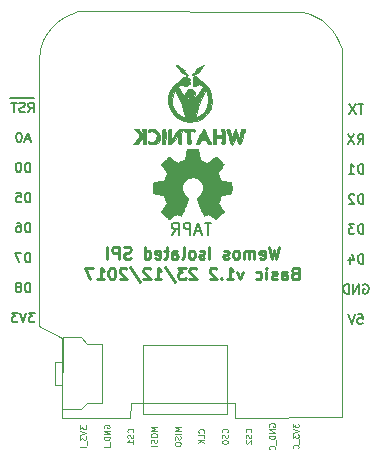
<source format=gbo>
G04 #@! TF.GenerationSoftware,KiCad,Pcbnew,(2017-09-19 revision dddaa7e69)-makepkg*
G04 #@! TF.CreationDate,2017-12-23T23:23:32+10:30*
G04 #@! TF.ProjectId,din_isolated_SPI,64696E5F69736F6C617465645F535049,rev?*
G04 #@! TF.SameCoordinates,Original*
G04 #@! TF.FileFunction,Legend,Bot*
G04 #@! TF.FilePolarity,Positive*
%FSLAX46Y46*%
G04 Gerber Fmt 4.6, Leading zero omitted, Abs format (unit mm)*
G04 Created by KiCad (PCBNEW (2017-09-19 revision dddaa7e69)-makepkg) date 12/23/17 23:23:32*
%MOMM*%
%LPD*%
G01*
G04 APERTURE LIST*
%ADD10C,0.200000*%
%ADD11C,0.120000*%
%ADD12C,0.250000*%
%ADD13C,0.010000*%
%ADD14C,0.100000*%
G04 APERTURE END LIST*
D10*
X134429285Y-69302380D02*
X133857857Y-69302380D01*
X134143571Y-70302380D02*
X134143571Y-69302380D01*
X133572142Y-70016666D02*
X133095952Y-70016666D01*
X133667380Y-70302380D02*
X133334047Y-69302380D01*
X133000714Y-70302380D01*
X132667380Y-70302380D02*
X132667380Y-69302380D01*
X132286428Y-69302380D01*
X132191190Y-69350000D01*
X132143571Y-69397619D01*
X132095952Y-69492857D01*
X132095952Y-69635714D01*
X132143571Y-69730952D01*
X132191190Y-69778571D01*
X132286428Y-69826190D01*
X132667380Y-69826190D01*
X131095952Y-70302380D02*
X131429285Y-69826190D01*
X131667380Y-70302380D02*
X131667380Y-69302380D01*
X131286428Y-69302380D01*
X131191190Y-69350000D01*
X131143571Y-69397619D01*
X131095952Y-69492857D01*
X131095952Y-69635714D01*
X131143571Y-69730952D01*
X131191190Y-69778571D01*
X131286428Y-69826190D01*
X131667380Y-69826190D01*
X147294523Y-59251904D02*
X146837380Y-59251904D01*
X147065952Y-60051904D02*
X147065952Y-59251904D01*
X146646904Y-59251904D02*
X146113571Y-60051904D01*
X146113571Y-59251904D02*
X146646904Y-60051904D01*
X147275476Y-65131904D02*
X147275476Y-64331904D01*
X147085000Y-64331904D01*
X146970714Y-64370000D01*
X146894523Y-64446190D01*
X146856428Y-64522380D01*
X146818333Y-64674761D01*
X146818333Y-64789047D01*
X146856428Y-64941428D01*
X146894523Y-65017619D01*
X146970714Y-65093809D01*
X147085000Y-65131904D01*
X147275476Y-65131904D01*
X146056428Y-65131904D02*
X146513571Y-65131904D01*
X146285000Y-65131904D02*
X146285000Y-64331904D01*
X146361190Y-64446190D01*
X146437380Y-64522380D01*
X146513571Y-64560476D01*
X147275476Y-72751904D02*
X147275476Y-71951904D01*
X147085000Y-71951904D01*
X146970714Y-71990000D01*
X146894523Y-72066190D01*
X146856428Y-72142380D01*
X146818333Y-72294761D01*
X146818333Y-72409047D01*
X146856428Y-72561428D01*
X146894523Y-72637619D01*
X146970714Y-72713809D01*
X147085000Y-72751904D01*
X147275476Y-72751904D01*
X146132619Y-72218571D02*
X146132619Y-72751904D01*
X146323095Y-71913809D02*
X146513571Y-72485238D01*
X146018333Y-72485238D01*
X146818333Y-62591904D02*
X147085000Y-62210952D01*
X147275476Y-62591904D02*
X147275476Y-61791904D01*
X146970714Y-61791904D01*
X146894523Y-61830000D01*
X146856428Y-61868095D01*
X146818333Y-61944285D01*
X146818333Y-62058571D01*
X146856428Y-62134761D01*
X146894523Y-62172857D01*
X146970714Y-62210952D01*
X147275476Y-62210952D01*
X146551666Y-61791904D02*
X146018333Y-62591904D01*
X146018333Y-61791904D02*
X146551666Y-62591904D01*
X147275476Y-70211904D02*
X147275476Y-69411904D01*
X147085000Y-69411904D01*
X146970714Y-69450000D01*
X146894523Y-69526190D01*
X146856428Y-69602380D01*
X146818333Y-69754761D01*
X146818333Y-69869047D01*
X146856428Y-70021428D01*
X146894523Y-70097619D01*
X146970714Y-70173809D01*
X147085000Y-70211904D01*
X147275476Y-70211904D01*
X146551666Y-69411904D02*
X146056428Y-69411904D01*
X146323095Y-69716666D01*
X146208809Y-69716666D01*
X146132619Y-69754761D01*
X146094523Y-69792857D01*
X146056428Y-69869047D01*
X146056428Y-70059523D01*
X146094523Y-70135714D01*
X146132619Y-70173809D01*
X146208809Y-70211904D01*
X146437380Y-70211904D01*
X146513571Y-70173809D01*
X146551666Y-70135714D01*
X147275476Y-67671904D02*
X147275476Y-66871904D01*
X147085000Y-66871904D01*
X146970714Y-66910000D01*
X146894523Y-66986190D01*
X146856428Y-67062380D01*
X146818333Y-67214761D01*
X146818333Y-67329047D01*
X146856428Y-67481428D01*
X146894523Y-67557619D01*
X146970714Y-67633809D01*
X147085000Y-67671904D01*
X147275476Y-67671904D01*
X146513571Y-66948095D02*
X146475476Y-66910000D01*
X146399285Y-66871904D01*
X146208809Y-66871904D01*
X146132619Y-66910000D01*
X146094523Y-66948095D01*
X146056428Y-67024285D01*
X146056428Y-67100476D01*
X146094523Y-67214761D01*
X146551666Y-67671904D01*
X146056428Y-67671904D01*
X146837380Y-77031904D02*
X147218333Y-77031904D01*
X147256428Y-77412857D01*
X147218333Y-77374761D01*
X147142142Y-77336666D01*
X146951666Y-77336666D01*
X146875476Y-77374761D01*
X146837380Y-77412857D01*
X146799285Y-77489047D01*
X146799285Y-77679523D01*
X146837380Y-77755714D01*
X146875476Y-77793809D01*
X146951666Y-77831904D01*
X147142142Y-77831904D01*
X147218333Y-77793809D01*
X147256428Y-77755714D01*
X146570714Y-77031904D02*
X146304047Y-77831904D01*
X146037380Y-77031904D01*
X147294523Y-74530000D02*
X147370714Y-74491904D01*
X147485000Y-74491904D01*
X147599285Y-74530000D01*
X147675476Y-74606190D01*
X147713571Y-74682380D01*
X147751666Y-74834761D01*
X147751666Y-74949047D01*
X147713571Y-75101428D01*
X147675476Y-75177619D01*
X147599285Y-75253809D01*
X147485000Y-75291904D01*
X147408809Y-75291904D01*
X147294523Y-75253809D01*
X147256428Y-75215714D01*
X147256428Y-74949047D01*
X147408809Y-74949047D01*
X146913571Y-75291904D02*
X146913571Y-74491904D01*
X146456428Y-75291904D01*
X146456428Y-74491904D01*
X146075476Y-75291904D02*
X146075476Y-74491904D01*
X145885000Y-74491904D01*
X145770714Y-74530000D01*
X145694523Y-74606190D01*
X145656428Y-74682380D01*
X145618333Y-74834761D01*
X145618333Y-74949047D01*
X145656428Y-75101428D01*
X145694523Y-75177619D01*
X145770714Y-75253809D01*
X145885000Y-75291904D01*
X146075476Y-75291904D01*
X119481476Y-76904904D02*
X118986238Y-76904904D01*
X119252904Y-77209666D01*
X119138619Y-77209666D01*
X119062428Y-77247761D01*
X119024333Y-77285857D01*
X118986238Y-77362047D01*
X118986238Y-77552523D01*
X119024333Y-77628714D01*
X119062428Y-77666809D01*
X119138619Y-77704904D01*
X119367190Y-77704904D01*
X119443380Y-77666809D01*
X119481476Y-77628714D01*
X118757666Y-76904904D02*
X118491000Y-77704904D01*
X118224333Y-76904904D01*
X118033857Y-76904904D02*
X117538619Y-76904904D01*
X117805285Y-77209666D01*
X117691000Y-77209666D01*
X117614809Y-77247761D01*
X117576714Y-77285857D01*
X117538619Y-77362047D01*
X117538619Y-77552523D01*
X117576714Y-77628714D01*
X117614809Y-77666809D01*
X117691000Y-77704904D01*
X117919571Y-77704904D01*
X117995761Y-77666809D01*
X118033857Y-77628714D01*
X119081476Y-75164904D02*
X119081476Y-74364904D01*
X118891000Y-74364904D01*
X118776714Y-74403000D01*
X118700523Y-74479190D01*
X118662428Y-74555380D01*
X118624333Y-74707761D01*
X118624333Y-74822047D01*
X118662428Y-74974428D01*
X118700523Y-75050619D01*
X118776714Y-75126809D01*
X118891000Y-75164904D01*
X119081476Y-75164904D01*
X118167190Y-74707761D02*
X118243380Y-74669666D01*
X118281476Y-74631571D01*
X118319571Y-74555380D01*
X118319571Y-74517285D01*
X118281476Y-74441095D01*
X118243380Y-74403000D01*
X118167190Y-74364904D01*
X118014809Y-74364904D01*
X117938619Y-74403000D01*
X117900523Y-74441095D01*
X117862428Y-74517285D01*
X117862428Y-74555380D01*
X117900523Y-74631571D01*
X117938619Y-74669666D01*
X118014809Y-74707761D01*
X118167190Y-74707761D01*
X118243380Y-74745857D01*
X118281476Y-74783952D01*
X118319571Y-74860142D01*
X118319571Y-75012523D01*
X118281476Y-75088714D01*
X118243380Y-75126809D01*
X118167190Y-75164904D01*
X118014809Y-75164904D01*
X117938619Y-75126809D01*
X117900523Y-75088714D01*
X117862428Y-75012523D01*
X117862428Y-74860142D01*
X117900523Y-74783952D01*
X117938619Y-74745857D01*
X118014809Y-74707761D01*
X119081476Y-72624904D02*
X119081476Y-71824904D01*
X118891000Y-71824904D01*
X118776714Y-71863000D01*
X118700523Y-71939190D01*
X118662428Y-72015380D01*
X118624333Y-72167761D01*
X118624333Y-72282047D01*
X118662428Y-72434428D01*
X118700523Y-72510619D01*
X118776714Y-72586809D01*
X118891000Y-72624904D01*
X119081476Y-72624904D01*
X118357666Y-71824904D02*
X117824333Y-71824904D01*
X118167190Y-72624904D01*
X119081476Y-70084904D02*
X119081476Y-69284904D01*
X118891000Y-69284904D01*
X118776714Y-69323000D01*
X118700523Y-69399190D01*
X118662428Y-69475380D01*
X118624333Y-69627761D01*
X118624333Y-69742047D01*
X118662428Y-69894428D01*
X118700523Y-69970619D01*
X118776714Y-70046809D01*
X118891000Y-70084904D01*
X119081476Y-70084904D01*
X117938619Y-69284904D02*
X118091000Y-69284904D01*
X118167190Y-69323000D01*
X118205285Y-69361095D01*
X118281476Y-69475380D01*
X118319571Y-69627761D01*
X118319571Y-69932523D01*
X118281476Y-70008714D01*
X118243380Y-70046809D01*
X118167190Y-70084904D01*
X118014809Y-70084904D01*
X117938619Y-70046809D01*
X117900523Y-70008714D01*
X117862428Y-69932523D01*
X117862428Y-69742047D01*
X117900523Y-69665857D01*
X117938619Y-69627761D01*
X118014809Y-69589666D01*
X118167190Y-69589666D01*
X118243380Y-69627761D01*
X118281476Y-69665857D01*
X118319571Y-69742047D01*
X119081476Y-67544904D02*
X119081476Y-66744904D01*
X118891000Y-66744904D01*
X118776714Y-66783000D01*
X118700523Y-66859190D01*
X118662428Y-66935380D01*
X118624333Y-67087761D01*
X118624333Y-67202047D01*
X118662428Y-67354428D01*
X118700523Y-67430619D01*
X118776714Y-67506809D01*
X118891000Y-67544904D01*
X119081476Y-67544904D01*
X117900523Y-66744904D02*
X118281476Y-66744904D01*
X118319571Y-67125857D01*
X118281476Y-67087761D01*
X118205285Y-67049666D01*
X118014809Y-67049666D01*
X117938619Y-67087761D01*
X117900523Y-67125857D01*
X117862428Y-67202047D01*
X117862428Y-67392523D01*
X117900523Y-67468714D01*
X117938619Y-67506809D01*
X118014809Y-67544904D01*
X118205285Y-67544904D01*
X118281476Y-67506809D01*
X118319571Y-67468714D01*
X119081476Y-65004904D02*
X119081476Y-64204904D01*
X118891000Y-64204904D01*
X118776714Y-64243000D01*
X118700523Y-64319190D01*
X118662428Y-64395380D01*
X118624333Y-64547761D01*
X118624333Y-64662047D01*
X118662428Y-64814428D01*
X118700523Y-64890619D01*
X118776714Y-64966809D01*
X118891000Y-65004904D01*
X119081476Y-65004904D01*
X118129095Y-64204904D02*
X118052904Y-64204904D01*
X117976714Y-64243000D01*
X117938619Y-64281095D01*
X117900523Y-64357285D01*
X117862428Y-64509666D01*
X117862428Y-64700142D01*
X117900523Y-64852523D01*
X117938619Y-64928714D01*
X117976714Y-64966809D01*
X118052904Y-65004904D01*
X118129095Y-65004904D01*
X118205285Y-64966809D01*
X118243380Y-64928714D01*
X118281476Y-64852523D01*
X118319571Y-64700142D01*
X118319571Y-64509666D01*
X118281476Y-64357285D01*
X118243380Y-64281095D01*
X118205285Y-64243000D01*
X118129095Y-64204904D01*
X119062428Y-62236333D02*
X118681476Y-62236333D01*
X119138619Y-62464904D02*
X118871952Y-61664904D01*
X118605285Y-62464904D01*
X118186238Y-61664904D02*
X118110047Y-61664904D01*
X118033857Y-61703000D01*
X117995761Y-61741095D01*
X117957666Y-61817285D01*
X117919571Y-61969666D01*
X117919571Y-62160142D01*
X117957666Y-62312523D01*
X117995761Y-62388714D01*
X118033857Y-62426809D01*
X118110047Y-62464904D01*
X118186238Y-62464904D01*
X118262428Y-62426809D01*
X118300523Y-62388714D01*
X118338619Y-62312523D01*
X118376714Y-62160142D01*
X118376714Y-61969666D01*
X118338619Y-61817285D01*
X118300523Y-61741095D01*
X118262428Y-61703000D01*
X118186238Y-61664904D01*
X119422214Y-58727000D02*
X118776714Y-58727000D01*
X118929095Y-59924904D02*
X119195761Y-59543952D01*
X119386238Y-59924904D02*
X119386238Y-59124904D01*
X119081476Y-59124904D01*
X119005285Y-59163000D01*
X118967190Y-59201095D01*
X118929095Y-59277285D01*
X118929095Y-59391571D01*
X118967190Y-59467761D01*
X119005285Y-59505857D01*
X119081476Y-59543952D01*
X119386238Y-59543952D01*
X118776714Y-58727000D02*
X118014809Y-58727000D01*
X118624333Y-59886809D02*
X118510047Y-59924904D01*
X118319571Y-59924904D01*
X118243380Y-59886809D01*
X118205285Y-59848714D01*
X118167190Y-59772523D01*
X118167190Y-59696333D01*
X118205285Y-59620142D01*
X118243380Y-59582047D01*
X118319571Y-59543952D01*
X118471952Y-59505857D01*
X118548142Y-59467761D01*
X118586238Y-59429666D01*
X118624333Y-59353476D01*
X118624333Y-59277285D01*
X118586238Y-59201095D01*
X118548142Y-59163000D01*
X118471952Y-59124904D01*
X118281476Y-59124904D01*
X118167190Y-59163000D01*
X118014809Y-58727000D02*
X117405285Y-58727000D01*
X117938619Y-59124904D02*
X117481476Y-59124904D01*
X117710047Y-59924904D02*
X117710047Y-59124904D01*
D11*
X123331190Y-86447428D02*
X123331190Y-86756952D01*
X123521666Y-86590285D01*
X123521666Y-86661714D01*
X123545476Y-86709333D01*
X123569285Y-86733142D01*
X123616904Y-86756952D01*
X123735952Y-86756952D01*
X123783571Y-86733142D01*
X123807380Y-86709333D01*
X123831190Y-86661714D01*
X123831190Y-86518857D01*
X123807380Y-86471238D01*
X123783571Y-86447428D01*
X123331190Y-86899809D02*
X123831190Y-87066476D01*
X123331190Y-87233142D01*
X123331190Y-87352190D02*
X123331190Y-87661714D01*
X123521666Y-87495047D01*
X123521666Y-87566476D01*
X123545476Y-87614095D01*
X123569285Y-87637904D01*
X123616904Y-87661714D01*
X123735952Y-87661714D01*
X123783571Y-87637904D01*
X123807380Y-87614095D01*
X123831190Y-87566476D01*
X123831190Y-87423619D01*
X123807380Y-87376000D01*
X123783571Y-87352190D01*
X123878809Y-87756952D02*
X123878809Y-88137904D01*
X123831190Y-88256952D02*
X123331190Y-88256952D01*
X125355000Y-86685523D02*
X125331190Y-86637904D01*
X125331190Y-86566476D01*
X125355000Y-86495047D01*
X125402619Y-86447428D01*
X125450238Y-86423619D01*
X125545476Y-86399809D01*
X125616904Y-86399809D01*
X125712142Y-86423619D01*
X125759761Y-86447428D01*
X125807380Y-86495047D01*
X125831190Y-86566476D01*
X125831190Y-86614095D01*
X125807380Y-86685523D01*
X125783571Y-86709333D01*
X125616904Y-86709333D01*
X125616904Y-86614095D01*
X125831190Y-86923619D02*
X125331190Y-86923619D01*
X125831190Y-87209333D01*
X125331190Y-87209333D01*
X125831190Y-87447428D02*
X125331190Y-87447428D01*
X125331190Y-87566476D01*
X125355000Y-87637904D01*
X125402619Y-87685523D01*
X125450238Y-87709333D01*
X125545476Y-87733142D01*
X125616904Y-87733142D01*
X125712142Y-87709333D01*
X125759761Y-87685523D01*
X125807380Y-87637904D01*
X125831190Y-87566476D01*
X125831190Y-87447428D01*
X125878809Y-87828380D02*
X125878809Y-88209333D01*
X125831190Y-88328380D02*
X125331190Y-88328380D01*
X127783571Y-87054571D02*
X127807380Y-87030761D01*
X127831190Y-86959333D01*
X127831190Y-86911714D01*
X127807380Y-86840285D01*
X127759761Y-86792666D01*
X127712142Y-86768857D01*
X127616904Y-86745047D01*
X127545476Y-86745047D01*
X127450238Y-86768857D01*
X127402619Y-86792666D01*
X127355000Y-86840285D01*
X127331190Y-86911714D01*
X127331190Y-86959333D01*
X127355000Y-87030761D01*
X127378809Y-87054571D01*
X127807380Y-87245047D02*
X127831190Y-87316476D01*
X127831190Y-87435523D01*
X127807380Y-87483142D01*
X127783571Y-87506952D01*
X127735952Y-87530761D01*
X127688333Y-87530761D01*
X127640714Y-87506952D01*
X127616904Y-87483142D01*
X127593095Y-87435523D01*
X127569285Y-87340285D01*
X127545476Y-87292666D01*
X127521666Y-87268857D01*
X127474047Y-87245047D01*
X127426428Y-87245047D01*
X127378809Y-87268857D01*
X127355000Y-87292666D01*
X127331190Y-87340285D01*
X127331190Y-87459333D01*
X127355000Y-87530761D01*
X127831190Y-88006952D02*
X127831190Y-87721238D01*
X127831190Y-87864095D02*
X127331190Y-87864095D01*
X127402619Y-87816476D01*
X127450238Y-87768857D01*
X127474047Y-87721238D01*
X129831190Y-86590285D02*
X129331190Y-86590285D01*
X129688333Y-86756952D01*
X129331190Y-86923619D01*
X129831190Y-86923619D01*
X129331190Y-87256952D02*
X129331190Y-87352190D01*
X129355000Y-87399809D01*
X129402619Y-87447428D01*
X129497857Y-87471238D01*
X129664523Y-87471238D01*
X129759761Y-87447428D01*
X129807380Y-87399809D01*
X129831190Y-87352190D01*
X129831190Y-87256952D01*
X129807380Y-87209333D01*
X129759761Y-87161714D01*
X129664523Y-87137904D01*
X129497857Y-87137904D01*
X129402619Y-87161714D01*
X129355000Y-87209333D01*
X129331190Y-87256952D01*
X129807380Y-87661714D02*
X129831190Y-87733142D01*
X129831190Y-87852190D01*
X129807380Y-87899809D01*
X129783571Y-87923619D01*
X129735952Y-87947428D01*
X129688333Y-87947428D01*
X129640714Y-87923619D01*
X129616904Y-87899809D01*
X129593095Y-87852190D01*
X129569285Y-87756952D01*
X129545476Y-87709333D01*
X129521666Y-87685523D01*
X129474047Y-87661714D01*
X129426428Y-87661714D01*
X129378809Y-87685523D01*
X129355000Y-87709333D01*
X129331190Y-87756952D01*
X129331190Y-87876000D01*
X129355000Y-87947428D01*
X129831190Y-88161714D02*
X129331190Y-88161714D01*
X131831190Y-86590285D02*
X131331190Y-86590285D01*
X131688333Y-86756952D01*
X131331190Y-86923619D01*
X131831190Y-86923619D01*
X131831190Y-87161714D02*
X131331190Y-87161714D01*
X131807380Y-87376000D02*
X131831190Y-87447428D01*
X131831190Y-87566476D01*
X131807380Y-87614095D01*
X131783571Y-87637904D01*
X131735952Y-87661714D01*
X131688333Y-87661714D01*
X131640714Y-87637904D01*
X131616904Y-87614095D01*
X131593095Y-87566476D01*
X131569285Y-87471238D01*
X131545476Y-87423619D01*
X131521666Y-87399809D01*
X131474047Y-87376000D01*
X131426428Y-87376000D01*
X131378809Y-87399809D01*
X131355000Y-87423619D01*
X131331190Y-87471238D01*
X131331190Y-87590285D01*
X131355000Y-87661714D01*
X131331190Y-87971238D02*
X131331190Y-88066476D01*
X131355000Y-88114095D01*
X131402619Y-88161714D01*
X131497857Y-88185523D01*
X131664523Y-88185523D01*
X131759761Y-88161714D01*
X131807380Y-88114095D01*
X131831190Y-88066476D01*
X131831190Y-87971238D01*
X131807380Y-87923619D01*
X131759761Y-87876000D01*
X131664523Y-87852190D01*
X131497857Y-87852190D01*
X131402619Y-87876000D01*
X131355000Y-87923619D01*
X131331190Y-87971238D01*
X133783571Y-87078380D02*
X133807380Y-87054571D01*
X133831190Y-86983142D01*
X133831190Y-86935523D01*
X133807380Y-86864095D01*
X133759761Y-86816476D01*
X133712142Y-86792666D01*
X133616904Y-86768857D01*
X133545476Y-86768857D01*
X133450238Y-86792666D01*
X133402619Y-86816476D01*
X133355000Y-86864095D01*
X133331190Y-86935523D01*
X133331190Y-86983142D01*
X133355000Y-87054571D01*
X133378809Y-87078380D01*
X133831190Y-87530761D02*
X133831190Y-87292666D01*
X133331190Y-87292666D01*
X133831190Y-87697428D02*
X133331190Y-87697428D01*
X133831190Y-87983142D02*
X133545476Y-87768857D01*
X133331190Y-87983142D02*
X133616904Y-87697428D01*
X135783571Y-87054571D02*
X135807380Y-87030761D01*
X135831190Y-86959333D01*
X135831190Y-86911714D01*
X135807380Y-86840285D01*
X135759761Y-86792666D01*
X135712142Y-86768857D01*
X135616904Y-86745047D01*
X135545476Y-86745047D01*
X135450238Y-86768857D01*
X135402619Y-86792666D01*
X135355000Y-86840285D01*
X135331190Y-86911714D01*
X135331190Y-86959333D01*
X135355000Y-87030761D01*
X135378809Y-87054571D01*
X135807380Y-87245047D02*
X135831190Y-87316476D01*
X135831190Y-87435523D01*
X135807380Y-87483142D01*
X135783571Y-87506952D01*
X135735952Y-87530761D01*
X135688333Y-87530761D01*
X135640714Y-87506952D01*
X135616904Y-87483142D01*
X135593095Y-87435523D01*
X135569285Y-87340285D01*
X135545476Y-87292666D01*
X135521666Y-87268857D01*
X135474047Y-87245047D01*
X135426428Y-87245047D01*
X135378809Y-87268857D01*
X135355000Y-87292666D01*
X135331190Y-87340285D01*
X135331190Y-87459333D01*
X135355000Y-87530761D01*
X135331190Y-87840285D02*
X135331190Y-87887904D01*
X135355000Y-87935523D01*
X135378809Y-87959333D01*
X135426428Y-87983142D01*
X135521666Y-88006952D01*
X135640714Y-88006952D01*
X135735952Y-87983142D01*
X135783571Y-87959333D01*
X135807380Y-87935523D01*
X135831190Y-87887904D01*
X135831190Y-87840285D01*
X135807380Y-87792666D01*
X135783571Y-87768857D01*
X135735952Y-87745047D01*
X135640714Y-87721238D01*
X135521666Y-87721238D01*
X135426428Y-87745047D01*
X135378809Y-87768857D01*
X135355000Y-87792666D01*
X135331190Y-87840285D01*
X137783571Y-87054571D02*
X137807380Y-87030761D01*
X137831190Y-86959333D01*
X137831190Y-86911714D01*
X137807380Y-86840285D01*
X137759761Y-86792666D01*
X137712142Y-86768857D01*
X137616904Y-86745047D01*
X137545476Y-86745047D01*
X137450238Y-86768857D01*
X137402619Y-86792666D01*
X137355000Y-86840285D01*
X137331190Y-86911714D01*
X137331190Y-86959333D01*
X137355000Y-87030761D01*
X137378809Y-87054571D01*
X137807380Y-87245047D02*
X137831190Y-87316476D01*
X137831190Y-87435523D01*
X137807380Y-87483142D01*
X137783571Y-87506952D01*
X137735952Y-87530761D01*
X137688333Y-87530761D01*
X137640714Y-87506952D01*
X137616904Y-87483142D01*
X137593095Y-87435523D01*
X137569285Y-87340285D01*
X137545476Y-87292666D01*
X137521666Y-87268857D01*
X137474047Y-87245047D01*
X137426428Y-87245047D01*
X137378809Y-87268857D01*
X137355000Y-87292666D01*
X137331190Y-87340285D01*
X137331190Y-87459333D01*
X137355000Y-87530761D01*
X137378809Y-87721238D02*
X137355000Y-87745047D01*
X137331190Y-87792666D01*
X137331190Y-87911714D01*
X137355000Y-87959333D01*
X137378809Y-87983142D01*
X137426428Y-88006952D01*
X137474047Y-88006952D01*
X137545476Y-87983142D01*
X137831190Y-87697428D01*
X137831190Y-88006952D01*
X139355000Y-86554571D02*
X139331190Y-86506952D01*
X139331190Y-86435523D01*
X139355000Y-86364095D01*
X139402619Y-86316476D01*
X139450238Y-86292666D01*
X139545476Y-86268857D01*
X139616904Y-86268857D01*
X139712142Y-86292666D01*
X139759761Y-86316476D01*
X139807380Y-86364095D01*
X139831190Y-86435523D01*
X139831190Y-86483142D01*
X139807380Y-86554571D01*
X139783571Y-86578380D01*
X139616904Y-86578380D01*
X139616904Y-86483142D01*
X139831190Y-86792666D02*
X139331190Y-86792666D01*
X139831190Y-87078380D01*
X139331190Y-87078380D01*
X139831190Y-87316476D02*
X139331190Y-87316476D01*
X139331190Y-87435523D01*
X139355000Y-87506952D01*
X139402619Y-87554571D01*
X139450238Y-87578380D01*
X139545476Y-87602190D01*
X139616904Y-87602190D01*
X139712142Y-87578380D01*
X139759761Y-87554571D01*
X139807380Y-87506952D01*
X139831190Y-87435523D01*
X139831190Y-87316476D01*
X139878809Y-87697428D02*
X139878809Y-88078380D01*
X139783571Y-88483142D02*
X139807380Y-88459333D01*
X139831190Y-88387904D01*
X139831190Y-88340285D01*
X139807380Y-88268857D01*
X139759761Y-88221238D01*
X139712142Y-88197428D01*
X139616904Y-88173619D01*
X139545476Y-88173619D01*
X139450238Y-88197428D01*
X139402619Y-88221238D01*
X139355000Y-88268857D01*
X139331190Y-88340285D01*
X139331190Y-88387904D01*
X139355000Y-88459333D01*
X139378809Y-88483142D01*
X141331190Y-86316476D02*
X141331190Y-86626000D01*
X141521666Y-86459333D01*
X141521666Y-86530761D01*
X141545476Y-86578380D01*
X141569285Y-86602190D01*
X141616904Y-86626000D01*
X141735952Y-86626000D01*
X141783571Y-86602190D01*
X141807380Y-86578380D01*
X141831190Y-86530761D01*
X141831190Y-86387904D01*
X141807380Y-86340285D01*
X141783571Y-86316476D01*
X141331190Y-86768857D02*
X141831190Y-86935523D01*
X141331190Y-87102190D01*
X141331190Y-87221238D02*
X141331190Y-87530761D01*
X141521666Y-87364095D01*
X141521666Y-87435523D01*
X141545476Y-87483142D01*
X141569285Y-87506952D01*
X141616904Y-87530761D01*
X141735952Y-87530761D01*
X141783571Y-87506952D01*
X141807380Y-87483142D01*
X141831190Y-87435523D01*
X141831190Y-87292666D01*
X141807380Y-87245047D01*
X141783571Y-87221238D01*
X141878809Y-87626000D02*
X141878809Y-88006952D01*
X141783571Y-88411714D02*
X141807380Y-88387904D01*
X141831190Y-88316476D01*
X141831190Y-88268857D01*
X141807380Y-88197428D01*
X141759761Y-88149809D01*
X141712142Y-88126000D01*
X141616904Y-88102190D01*
X141545476Y-88102190D01*
X141450238Y-88126000D01*
X141402619Y-88149809D01*
X141355000Y-88197428D01*
X141331190Y-88268857D01*
X141331190Y-88316476D01*
X141355000Y-88387904D01*
X141378809Y-88411714D01*
D12*
X140175333Y-71348380D02*
X139937238Y-72348380D01*
X139746761Y-71634095D01*
X139556285Y-72348380D01*
X139318190Y-71348380D01*
X138556285Y-72300761D02*
X138651523Y-72348380D01*
X138842000Y-72348380D01*
X138937238Y-72300761D01*
X138984857Y-72205523D01*
X138984857Y-71824571D01*
X138937238Y-71729333D01*
X138842000Y-71681714D01*
X138651523Y-71681714D01*
X138556285Y-71729333D01*
X138508666Y-71824571D01*
X138508666Y-71919809D01*
X138984857Y-72015047D01*
X138080095Y-72348380D02*
X138080095Y-71681714D01*
X138080095Y-71776952D02*
X138032476Y-71729333D01*
X137937238Y-71681714D01*
X137794380Y-71681714D01*
X137699142Y-71729333D01*
X137651523Y-71824571D01*
X137651523Y-72348380D01*
X137651523Y-71824571D02*
X137603904Y-71729333D01*
X137508666Y-71681714D01*
X137365809Y-71681714D01*
X137270571Y-71729333D01*
X137222952Y-71824571D01*
X137222952Y-72348380D01*
X136603904Y-72348380D02*
X136699142Y-72300761D01*
X136746761Y-72253142D01*
X136794380Y-72157904D01*
X136794380Y-71872190D01*
X136746761Y-71776952D01*
X136699142Y-71729333D01*
X136603904Y-71681714D01*
X136461047Y-71681714D01*
X136365809Y-71729333D01*
X136318190Y-71776952D01*
X136270571Y-71872190D01*
X136270571Y-72157904D01*
X136318190Y-72253142D01*
X136365809Y-72300761D01*
X136461047Y-72348380D01*
X136603904Y-72348380D01*
X135889619Y-72300761D02*
X135794380Y-72348380D01*
X135603904Y-72348380D01*
X135508666Y-72300761D01*
X135461047Y-72205523D01*
X135461047Y-72157904D01*
X135508666Y-72062666D01*
X135603904Y-72015047D01*
X135746761Y-72015047D01*
X135842000Y-71967428D01*
X135889619Y-71872190D01*
X135889619Y-71824571D01*
X135842000Y-71729333D01*
X135746761Y-71681714D01*
X135603904Y-71681714D01*
X135508666Y-71729333D01*
X134270571Y-72348380D02*
X134270571Y-71348380D01*
X133842000Y-72300761D02*
X133746761Y-72348380D01*
X133556285Y-72348380D01*
X133461047Y-72300761D01*
X133413428Y-72205523D01*
X133413428Y-72157904D01*
X133461047Y-72062666D01*
X133556285Y-72015047D01*
X133699142Y-72015047D01*
X133794380Y-71967428D01*
X133842000Y-71872190D01*
X133842000Y-71824571D01*
X133794380Y-71729333D01*
X133699142Y-71681714D01*
X133556285Y-71681714D01*
X133461047Y-71729333D01*
X132842000Y-72348380D02*
X132937238Y-72300761D01*
X132984857Y-72253142D01*
X133032476Y-72157904D01*
X133032476Y-71872190D01*
X132984857Y-71776952D01*
X132937238Y-71729333D01*
X132842000Y-71681714D01*
X132699142Y-71681714D01*
X132603904Y-71729333D01*
X132556285Y-71776952D01*
X132508666Y-71872190D01*
X132508666Y-72157904D01*
X132556285Y-72253142D01*
X132603904Y-72300761D01*
X132699142Y-72348380D01*
X132842000Y-72348380D01*
X131937238Y-72348380D02*
X132032476Y-72300761D01*
X132080095Y-72205523D01*
X132080095Y-71348380D01*
X131127714Y-72348380D02*
X131127714Y-71824571D01*
X131175333Y-71729333D01*
X131270571Y-71681714D01*
X131461047Y-71681714D01*
X131556285Y-71729333D01*
X131127714Y-72300761D02*
X131222952Y-72348380D01*
X131461047Y-72348380D01*
X131556285Y-72300761D01*
X131603904Y-72205523D01*
X131603904Y-72110285D01*
X131556285Y-72015047D01*
X131461047Y-71967428D01*
X131222952Y-71967428D01*
X131127714Y-71919809D01*
X130794380Y-71681714D02*
X130413428Y-71681714D01*
X130651523Y-71348380D02*
X130651523Y-72205523D01*
X130603904Y-72300761D01*
X130508666Y-72348380D01*
X130413428Y-72348380D01*
X129699142Y-72300761D02*
X129794380Y-72348380D01*
X129984857Y-72348380D01*
X130080095Y-72300761D01*
X130127714Y-72205523D01*
X130127714Y-71824571D01*
X130080095Y-71729333D01*
X129984857Y-71681714D01*
X129794380Y-71681714D01*
X129699142Y-71729333D01*
X129651523Y-71824571D01*
X129651523Y-71919809D01*
X130127714Y-72015047D01*
X128794380Y-72348380D02*
X128794380Y-71348380D01*
X128794380Y-72300761D02*
X128889619Y-72348380D01*
X129080095Y-72348380D01*
X129175333Y-72300761D01*
X129222952Y-72253142D01*
X129270571Y-72157904D01*
X129270571Y-71872190D01*
X129222952Y-71776952D01*
X129175333Y-71729333D01*
X129080095Y-71681714D01*
X128889619Y-71681714D01*
X128794380Y-71729333D01*
X127603904Y-72300761D02*
X127461047Y-72348380D01*
X127222952Y-72348380D01*
X127127714Y-72300761D01*
X127080095Y-72253142D01*
X127032476Y-72157904D01*
X127032476Y-72062666D01*
X127080095Y-71967428D01*
X127127714Y-71919809D01*
X127222952Y-71872190D01*
X127413428Y-71824571D01*
X127508666Y-71776952D01*
X127556285Y-71729333D01*
X127603904Y-71634095D01*
X127603904Y-71538857D01*
X127556285Y-71443619D01*
X127508666Y-71396000D01*
X127413428Y-71348380D01*
X127175333Y-71348380D01*
X127032476Y-71396000D01*
X126603904Y-72348380D02*
X126603904Y-71348380D01*
X126222952Y-71348380D01*
X126127714Y-71396000D01*
X126080095Y-71443619D01*
X126032476Y-71538857D01*
X126032476Y-71681714D01*
X126080095Y-71776952D01*
X126127714Y-71824571D01*
X126222952Y-71872190D01*
X126603904Y-71872190D01*
X125603904Y-72348380D02*
X125603904Y-71348380D01*
X141484857Y-73574571D02*
X141342000Y-73622190D01*
X141294380Y-73669809D01*
X141246761Y-73765047D01*
X141246761Y-73907904D01*
X141294380Y-74003142D01*
X141342000Y-74050761D01*
X141437238Y-74098380D01*
X141818190Y-74098380D01*
X141818190Y-73098380D01*
X141484857Y-73098380D01*
X141389619Y-73146000D01*
X141342000Y-73193619D01*
X141294380Y-73288857D01*
X141294380Y-73384095D01*
X141342000Y-73479333D01*
X141389619Y-73526952D01*
X141484857Y-73574571D01*
X141818190Y-73574571D01*
X140389619Y-74098380D02*
X140389619Y-73574571D01*
X140437238Y-73479333D01*
X140532476Y-73431714D01*
X140722952Y-73431714D01*
X140818190Y-73479333D01*
X140389619Y-74050761D02*
X140484857Y-74098380D01*
X140722952Y-74098380D01*
X140818190Y-74050761D01*
X140865809Y-73955523D01*
X140865809Y-73860285D01*
X140818190Y-73765047D01*
X140722952Y-73717428D01*
X140484857Y-73717428D01*
X140389619Y-73669809D01*
X139961047Y-74050761D02*
X139865809Y-74098380D01*
X139675333Y-74098380D01*
X139580095Y-74050761D01*
X139532476Y-73955523D01*
X139532476Y-73907904D01*
X139580095Y-73812666D01*
X139675333Y-73765047D01*
X139818190Y-73765047D01*
X139913428Y-73717428D01*
X139961047Y-73622190D01*
X139961047Y-73574571D01*
X139913428Y-73479333D01*
X139818190Y-73431714D01*
X139675333Y-73431714D01*
X139580095Y-73479333D01*
X139103904Y-74098380D02*
X139103904Y-73431714D01*
X139103904Y-73098380D02*
X139151523Y-73146000D01*
X139103904Y-73193619D01*
X139056285Y-73146000D01*
X139103904Y-73098380D01*
X139103904Y-73193619D01*
X138199142Y-74050761D02*
X138294380Y-74098380D01*
X138484857Y-74098380D01*
X138580095Y-74050761D01*
X138627714Y-74003142D01*
X138675333Y-73907904D01*
X138675333Y-73622190D01*
X138627714Y-73526952D01*
X138580095Y-73479333D01*
X138484857Y-73431714D01*
X138294380Y-73431714D01*
X138199142Y-73479333D01*
X137103904Y-73431714D02*
X136865809Y-74098380D01*
X136627714Y-73431714D01*
X135722952Y-74098380D02*
X136294380Y-74098380D01*
X136008666Y-74098380D02*
X136008666Y-73098380D01*
X136103904Y-73241238D01*
X136199142Y-73336476D01*
X136294380Y-73384095D01*
X135294380Y-74003142D02*
X135246761Y-74050761D01*
X135294380Y-74098380D01*
X135342000Y-74050761D01*
X135294380Y-74003142D01*
X135294380Y-74098380D01*
X134865809Y-73193619D02*
X134818190Y-73146000D01*
X134722952Y-73098380D01*
X134484857Y-73098380D01*
X134389619Y-73146000D01*
X134342000Y-73193619D01*
X134294380Y-73288857D01*
X134294380Y-73384095D01*
X134342000Y-73526952D01*
X134913428Y-74098380D01*
X134294380Y-74098380D01*
X133151523Y-73193619D02*
X133103904Y-73146000D01*
X133008666Y-73098380D01*
X132770571Y-73098380D01*
X132675333Y-73146000D01*
X132627714Y-73193619D01*
X132580095Y-73288857D01*
X132580095Y-73384095D01*
X132627714Y-73526952D01*
X133199142Y-74098380D01*
X132580095Y-74098380D01*
X132246761Y-73098380D02*
X131627714Y-73098380D01*
X131961047Y-73479333D01*
X131818190Y-73479333D01*
X131722952Y-73526952D01*
X131675333Y-73574571D01*
X131627714Y-73669809D01*
X131627714Y-73907904D01*
X131675333Y-74003142D01*
X131722952Y-74050761D01*
X131818190Y-74098380D01*
X132103904Y-74098380D01*
X132199142Y-74050761D01*
X132246761Y-74003142D01*
X130484857Y-73050761D02*
X131342000Y-74336476D01*
X129627714Y-74098380D02*
X130199142Y-74098380D01*
X129913428Y-74098380D02*
X129913428Y-73098380D01*
X130008666Y-73241238D01*
X130103904Y-73336476D01*
X130199142Y-73384095D01*
X129246761Y-73193619D02*
X129199142Y-73146000D01*
X129103904Y-73098380D01*
X128865809Y-73098380D01*
X128770571Y-73146000D01*
X128722952Y-73193619D01*
X128675333Y-73288857D01*
X128675333Y-73384095D01*
X128722952Y-73526952D01*
X129294380Y-74098380D01*
X128675333Y-74098380D01*
X127532476Y-73050761D02*
X128389619Y-74336476D01*
X127246761Y-73193619D02*
X127199142Y-73146000D01*
X127103904Y-73098380D01*
X126865809Y-73098380D01*
X126770571Y-73146000D01*
X126722952Y-73193619D01*
X126675333Y-73288857D01*
X126675333Y-73384095D01*
X126722952Y-73526952D01*
X127294380Y-74098380D01*
X126675333Y-74098380D01*
X126056285Y-73098380D02*
X125961047Y-73098380D01*
X125865809Y-73146000D01*
X125818190Y-73193619D01*
X125770571Y-73288857D01*
X125722952Y-73479333D01*
X125722952Y-73717428D01*
X125770571Y-73907904D01*
X125818190Y-74003142D01*
X125865809Y-74050761D01*
X125961047Y-74098380D01*
X126056285Y-74098380D01*
X126151523Y-74050761D01*
X126199142Y-74003142D01*
X126246761Y-73907904D01*
X126294380Y-73717428D01*
X126294380Y-73479333D01*
X126246761Y-73288857D01*
X126199142Y-73193619D01*
X126151523Y-73146000D01*
X126056285Y-73098380D01*
X124770571Y-74098380D02*
X125342000Y-74098380D01*
X125056285Y-74098380D02*
X125056285Y-73098380D01*
X125151523Y-73241238D01*
X125246761Y-73336476D01*
X125342000Y-73384095D01*
X124437238Y-73098380D02*
X123770571Y-73098380D01*
X124199142Y-74098380D01*
D13*
G36*
X132286186Y-63508931D02*
X132202365Y-63953555D01*
X131893080Y-64081053D01*
X131583794Y-64208551D01*
X131212754Y-63956246D01*
X131108843Y-63885996D01*
X131014913Y-63823272D01*
X130935348Y-63770938D01*
X130874530Y-63731857D01*
X130836843Y-63708893D01*
X130826579Y-63703942D01*
X130808090Y-63716676D01*
X130768580Y-63751882D01*
X130712478Y-63805062D01*
X130644213Y-63871718D01*
X130568214Y-63947354D01*
X130488908Y-64027472D01*
X130410725Y-64107574D01*
X130338093Y-64183164D01*
X130275441Y-64249745D01*
X130227197Y-64302818D01*
X130197790Y-64337887D01*
X130190759Y-64349623D01*
X130200877Y-64371260D01*
X130229241Y-64418662D01*
X130272871Y-64487193D01*
X130328782Y-64572215D01*
X130393994Y-64669093D01*
X130431781Y-64724350D01*
X130500657Y-64825248D01*
X130561860Y-64916299D01*
X130612422Y-64992970D01*
X130649372Y-65050728D01*
X130669742Y-65085043D01*
X130672803Y-65092254D01*
X130665864Y-65112748D01*
X130646949Y-65160513D01*
X130618913Y-65228832D01*
X130584609Y-65310989D01*
X130546891Y-65400270D01*
X130508613Y-65489958D01*
X130472630Y-65573338D01*
X130441794Y-65643694D01*
X130418961Y-65694310D01*
X130406983Y-65718471D01*
X130406276Y-65719422D01*
X130387469Y-65724036D01*
X130337382Y-65734328D01*
X130261207Y-65749287D01*
X130164135Y-65767901D01*
X130051357Y-65789159D01*
X129985558Y-65801418D01*
X129865050Y-65824362D01*
X129756203Y-65846195D01*
X129664524Y-65865722D01*
X129595519Y-65881748D01*
X129554696Y-65893079D01*
X129546489Y-65896674D01*
X129538452Y-65921006D01*
X129531967Y-65975959D01*
X129527030Y-66055108D01*
X129523636Y-66152026D01*
X129521782Y-66260287D01*
X129521462Y-66373465D01*
X129522673Y-66485135D01*
X129525410Y-66588868D01*
X129529669Y-66678241D01*
X129535445Y-66746826D01*
X129542733Y-66788197D01*
X129547105Y-66796810D01*
X129573236Y-66807133D01*
X129628607Y-66821892D01*
X129705893Y-66839352D01*
X129797770Y-66857780D01*
X129829842Y-66863741D01*
X129984476Y-66892066D01*
X130106625Y-66914876D01*
X130200327Y-66933080D01*
X130269616Y-66947583D01*
X130318529Y-66959292D01*
X130351103Y-66969115D01*
X130371372Y-66977956D01*
X130383374Y-66986724D01*
X130385053Y-66988457D01*
X130401816Y-67016371D01*
X130427386Y-67070695D01*
X130459212Y-67144777D01*
X130494740Y-67231965D01*
X130531417Y-67325608D01*
X130566689Y-67419052D01*
X130598004Y-67505647D01*
X130622807Y-67578740D01*
X130638546Y-67631678D01*
X130642668Y-67657811D01*
X130642324Y-67658726D01*
X130628359Y-67680086D01*
X130596678Y-67727084D01*
X130550609Y-67794827D01*
X130493482Y-67878423D01*
X130428627Y-67972982D01*
X130410157Y-67999854D01*
X130344301Y-68097275D01*
X130286350Y-68186163D01*
X130239462Y-68261412D01*
X130206793Y-68317920D01*
X130191500Y-68350581D01*
X130190759Y-68354593D01*
X130203608Y-68375684D01*
X130239112Y-68417464D01*
X130292707Y-68475445D01*
X130359829Y-68545135D01*
X130435913Y-68622045D01*
X130516396Y-68701683D01*
X130596713Y-68779561D01*
X130672301Y-68851186D01*
X130738595Y-68912070D01*
X130791031Y-68957721D01*
X130825045Y-68983650D01*
X130834455Y-68987883D01*
X130856357Y-68977912D01*
X130901200Y-68951020D01*
X130961679Y-68911736D01*
X131008211Y-68880117D01*
X131092525Y-68822098D01*
X131192374Y-68753784D01*
X131292527Y-68685579D01*
X131346373Y-68649075D01*
X131528629Y-68525800D01*
X131681619Y-68608520D01*
X131751318Y-68644759D01*
X131810586Y-68672926D01*
X131850689Y-68688991D01*
X131860897Y-68691226D01*
X131873171Y-68674722D01*
X131897387Y-68628082D01*
X131931737Y-68555609D01*
X131974412Y-68461606D01*
X132023606Y-68350374D01*
X132077510Y-68226215D01*
X132134316Y-68093432D01*
X132192218Y-67956327D01*
X132249407Y-67819202D01*
X132304076Y-67686358D01*
X132354416Y-67562098D01*
X132398620Y-67450725D01*
X132434881Y-67356539D01*
X132461391Y-67283844D01*
X132476342Y-67236941D01*
X132478746Y-67220833D01*
X132459689Y-67200286D01*
X132417964Y-67166933D01*
X132362294Y-67127702D01*
X132357622Y-67124599D01*
X132213736Y-67009423D01*
X132097717Y-66875053D01*
X132010570Y-66725784D01*
X131953301Y-66565913D01*
X131926914Y-66399737D01*
X131932415Y-66231552D01*
X131970810Y-66065655D01*
X132043105Y-65906342D01*
X132064374Y-65871487D01*
X132175004Y-65730737D01*
X132305698Y-65617714D01*
X132451936Y-65533003D01*
X132609192Y-65477194D01*
X132772943Y-65450874D01*
X132938667Y-65454630D01*
X133101838Y-65489050D01*
X133257935Y-65554723D01*
X133402433Y-65652235D01*
X133447131Y-65691813D01*
X133560888Y-65815703D01*
X133643782Y-65946124D01*
X133700644Y-66092315D01*
X133732313Y-66237088D01*
X133740131Y-66399860D01*
X133714062Y-66563440D01*
X133656755Y-66722298D01*
X133570856Y-66870906D01*
X133459014Y-67003735D01*
X133323877Y-67115256D01*
X133306117Y-67127011D01*
X133249850Y-67165508D01*
X133207077Y-67198863D01*
X133186628Y-67220160D01*
X133186331Y-67220833D01*
X133190721Y-67243871D01*
X133208124Y-67296157D01*
X133236732Y-67373390D01*
X133274735Y-67471268D01*
X133320326Y-67585491D01*
X133371697Y-67711758D01*
X133427038Y-67845767D01*
X133484542Y-67983218D01*
X133542399Y-68119808D01*
X133598802Y-68251237D01*
X133651942Y-68373205D01*
X133700010Y-68481409D01*
X133741199Y-68571549D01*
X133773699Y-68639323D01*
X133795703Y-68680430D01*
X133804564Y-68691226D01*
X133831640Y-68682819D01*
X133882303Y-68660272D01*
X133947817Y-68627613D01*
X133983841Y-68608520D01*
X134136832Y-68525800D01*
X134319088Y-68649075D01*
X134412125Y-68712228D01*
X134513985Y-68781727D01*
X134609438Y-68847165D01*
X134657250Y-68880117D01*
X134724495Y-68925273D01*
X134781436Y-68961057D01*
X134820646Y-68982938D01*
X134833381Y-68987563D01*
X134851917Y-68975085D01*
X134892941Y-68940252D01*
X134952475Y-68886678D01*
X135026542Y-68817983D01*
X135111165Y-68737781D01*
X135164685Y-68686286D01*
X135258319Y-68594286D01*
X135339241Y-68511999D01*
X135404177Y-68442945D01*
X135449858Y-68390644D01*
X135473011Y-68358616D01*
X135475232Y-68352116D01*
X135464924Y-68327394D01*
X135436439Y-68277405D01*
X135392937Y-68207212D01*
X135337577Y-68121875D01*
X135273520Y-68026456D01*
X135255303Y-67999854D01*
X135188927Y-67903167D01*
X135129378Y-67816117D01*
X135079984Y-67743595D01*
X135044075Y-67690493D01*
X135024981Y-67661703D01*
X135023136Y-67658726D01*
X135025895Y-67635782D01*
X135040538Y-67585336D01*
X135064513Y-67514041D01*
X135095266Y-67428547D01*
X135130244Y-67335507D01*
X135166893Y-67241574D01*
X135202661Y-67153399D01*
X135234994Y-67077634D01*
X135261338Y-67020931D01*
X135279142Y-66989943D01*
X135280407Y-66988457D01*
X135291294Y-66979601D01*
X135309682Y-66970843D01*
X135339606Y-66961277D01*
X135385103Y-66949996D01*
X135450209Y-66936093D01*
X135538961Y-66918663D01*
X135655393Y-66896798D01*
X135803542Y-66869591D01*
X135835618Y-66863741D01*
X135930686Y-66845374D01*
X136013565Y-66827405D01*
X136076930Y-66811569D01*
X136113458Y-66799600D01*
X136118356Y-66796810D01*
X136126427Y-66772072D01*
X136132987Y-66716790D01*
X136138033Y-66637389D01*
X136141559Y-66540296D01*
X136143561Y-66431938D01*
X136144036Y-66318740D01*
X136142977Y-66207128D01*
X136140382Y-66103529D01*
X136136246Y-66014368D01*
X136130563Y-65946072D01*
X136123331Y-65905066D01*
X136118971Y-65896674D01*
X136094698Y-65888208D01*
X136039426Y-65874435D01*
X135958662Y-65856550D01*
X135857912Y-65835748D01*
X135742683Y-65813223D01*
X135679902Y-65801418D01*
X135560787Y-65779151D01*
X135454565Y-65758979D01*
X135366427Y-65741915D01*
X135301566Y-65728969D01*
X135265174Y-65721155D01*
X135259184Y-65719422D01*
X135249061Y-65699890D01*
X135227662Y-65652843D01*
X135197839Y-65585003D01*
X135162445Y-65503091D01*
X135124332Y-65413828D01*
X135086353Y-65323935D01*
X135051360Y-65240135D01*
X135022206Y-65169147D01*
X135001743Y-65117694D01*
X134992823Y-65092497D01*
X134992657Y-65091396D01*
X135002769Y-65071519D01*
X135031117Y-65025777D01*
X135074723Y-64958717D01*
X135130606Y-64874884D01*
X135195787Y-64778826D01*
X135233679Y-64723650D01*
X135302725Y-64622481D01*
X135364050Y-64530630D01*
X135414663Y-64452744D01*
X135451571Y-64393469D01*
X135471782Y-64357451D01*
X135474701Y-64349377D01*
X135462153Y-64330584D01*
X135427463Y-64290457D01*
X135375063Y-64233493D01*
X135309384Y-64164185D01*
X135234856Y-64087031D01*
X135155913Y-64006525D01*
X135076983Y-63927163D01*
X135002500Y-63853440D01*
X134936894Y-63789852D01*
X134884596Y-63740894D01*
X134850039Y-63711061D01*
X134838478Y-63703942D01*
X134819654Y-63713953D01*
X134774631Y-63742078D01*
X134707787Y-63785454D01*
X134623499Y-63841218D01*
X134526144Y-63906506D01*
X134452707Y-63956246D01*
X134081667Y-64208551D01*
X133463095Y-63953555D01*
X133379275Y-63508931D01*
X133295454Y-63064307D01*
X132370006Y-63064307D01*
X132286186Y-63508931D01*
X132286186Y-63508931D01*
G37*
X132286186Y-63508931D02*
X132202365Y-63953555D01*
X131893080Y-64081053D01*
X131583794Y-64208551D01*
X131212754Y-63956246D01*
X131108843Y-63885996D01*
X131014913Y-63823272D01*
X130935348Y-63770938D01*
X130874530Y-63731857D01*
X130836843Y-63708893D01*
X130826579Y-63703942D01*
X130808090Y-63716676D01*
X130768580Y-63751882D01*
X130712478Y-63805062D01*
X130644213Y-63871718D01*
X130568214Y-63947354D01*
X130488908Y-64027472D01*
X130410725Y-64107574D01*
X130338093Y-64183164D01*
X130275441Y-64249745D01*
X130227197Y-64302818D01*
X130197790Y-64337887D01*
X130190759Y-64349623D01*
X130200877Y-64371260D01*
X130229241Y-64418662D01*
X130272871Y-64487193D01*
X130328782Y-64572215D01*
X130393994Y-64669093D01*
X130431781Y-64724350D01*
X130500657Y-64825248D01*
X130561860Y-64916299D01*
X130612422Y-64992970D01*
X130649372Y-65050728D01*
X130669742Y-65085043D01*
X130672803Y-65092254D01*
X130665864Y-65112748D01*
X130646949Y-65160513D01*
X130618913Y-65228832D01*
X130584609Y-65310989D01*
X130546891Y-65400270D01*
X130508613Y-65489958D01*
X130472630Y-65573338D01*
X130441794Y-65643694D01*
X130418961Y-65694310D01*
X130406983Y-65718471D01*
X130406276Y-65719422D01*
X130387469Y-65724036D01*
X130337382Y-65734328D01*
X130261207Y-65749287D01*
X130164135Y-65767901D01*
X130051357Y-65789159D01*
X129985558Y-65801418D01*
X129865050Y-65824362D01*
X129756203Y-65846195D01*
X129664524Y-65865722D01*
X129595519Y-65881748D01*
X129554696Y-65893079D01*
X129546489Y-65896674D01*
X129538452Y-65921006D01*
X129531967Y-65975959D01*
X129527030Y-66055108D01*
X129523636Y-66152026D01*
X129521782Y-66260287D01*
X129521462Y-66373465D01*
X129522673Y-66485135D01*
X129525410Y-66588868D01*
X129529669Y-66678241D01*
X129535445Y-66746826D01*
X129542733Y-66788197D01*
X129547105Y-66796810D01*
X129573236Y-66807133D01*
X129628607Y-66821892D01*
X129705893Y-66839352D01*
X129797770Y-66857780D01*
X129829842Y-66863741D01*
X129984476Y-66892066D01*
X130106625Y-66914876D01*
X130200327Y-66933080D01*
X130269616Y-66947583D01*
X130318529Y-66959292D01*
X130351103Y-66969115D01*
X130371372Y-66977956D01*
X130383374Y-66986724D01*
X130385053Y-66988457D01*
X130401816Y-67016371D01*
X130427386Y-67070695D01*
X130459212Y-67144777D01*
X130494740Y-67231965D01*
X130531417Y-67325608D01*
X130566689Y-67419052D01*
X130598004Y-67505647D01*
X130622807Y-67578740D01*
X130638546Y-67631678D01*
X130642668Y-67657811D01*
X130642324Y-67658726D01*
X130628359Y-67680086D01*
X130596678Y-67727084D01*
X130550609Y-67794827D01*
X130493482Y-67878423D01*
X130428627Y-67972982D01*
X130410157Y-67999854D01*
X130344301Y-68097275D01*
X130286350Y-68186163D01*
X130239462Y-68261412D01*
X130206793Y-68317920D01*
X130191500Y-68350581D01*
X130190759Y-68354593D01*
X130203608Y-68375684D01*
X130239112Y-68417464D01*
X130292707Y-68475445D01*
X130359829Y-68545135D01*
X130435913Y-68622045D01*
X130516396Y-68701683D01*
X130596713Y-68779561D01*
X130672301Y-68851186D01*
X130738595Y-68912070D01*
X130791031Y-68957721D01*
X130825045Y-68983650D01*
X130834455Y-68987883D01*
X130856357Y-68977912D01*
X130901200Y-68951020D01*
X130961679Y-68911736D01*
X131008211Y-68880117D01*
X131092525Y-68822098D01*
X131192374Y-68753784D01*
X131292527Y-68685579D01*
X131346373Y-68649075D01*
X131528629Y-68525800D01*
X131681619Y-68608520D01*
X131751318Y-68644759D01*
X131810586Y-68672926D01*
X131850689Y-68688991D01*
X131860897Y-68691226D01*
X131873171Y-68674722D01*
X131897387Y-68628082D01*
X131931737Y-68555609D01*
X131974412Y-68461606D01*
X132023606Y-68350374D01*
X132077510Y-68226215D01*
X132134316Y-68093432D01*
X132192218Y-67956327D01*
X132249407Y-67819202D01*
X132304076Y-67686358D01*
X132354416Y-67562098D01*
X132398620Y-67450725D01*
X132434881Y-67356539D01*
X132461391Y-67283844D01*
X132476342Y-67236941D01*
X132478746Y-67220833D01*
X132459689Y-67200286D01*
X132417964Y-67166933D01*
X132362294Y-67127702D01*
X132357622Y-67124599D01*
X132213736Y-67009423D01*
X132097717Y-66875053D01*
X132010570Y-66725784D01*
X131953301Y-66565913D01*
X131926914Y-66399737D01*
X131932415Y-66231552D01*
X131970810Y-66065655D01*
X132043105Y-65906342D01*
X132064374Y-65871487D01*
X132175004Y-65730737D01*
X132305698Y-65617714D01*
X132451936Y-65533003D01*
X132609192Y-65477194D01*
X132772943Y-65450874D01*
X132938667Y-65454630D01*
X133101838Y-65489050D01*
X133257935Y-65554723D01*
X133402433Y-65652235D01*
X133447131Y-65691813D01*
X133560888Y-65815703D01*
X133643782Y-65946124D01*
X133700644Y-66092315D01*
X133732313Y-66237088D01*
X133740131Y-66399860D01*
X133714062Y-66563440D01*
X133656755Y-66722298D01*
X133570856Y-66870906D01*
X133459014Y-67003735D01*
X133323877Y-67115256D01*
X133306117Y-67127011D01*
X133249850Y-67165508D01*
X133207077Y-67198863D01*
X133186628Y-67220160D01*
X133186331Y-67220833D01*
X133190721Y-67243871D01*
X133208124Y-67296157D01*
X133236732Y-67373390D01*
X133274735Y-67471268D01*
X133320326Y-67585491D01*
X133371697Y-67711758D01*
X133427038Y-67845767D01*
X133484542Y-67983218D01*
X133542399Y-68119808D01*
X133598802Y-68251237D01*
X133651942Y-68373205D01*
X133700010Y-68481409D01*
X133741199Y-68571549D01*
X133773699Y-68639323D01*
X133795703Y-68680430D01*
X133804564Y-68691226D01*
X133831640Y-68682819D01*
X133882303Y-68660272D01*
X133947817Y-68627613D01*
X133983841Y-68608520D01*
X134136832Y-68525800D01*
X134319088Y-68649075D01*
X134412125Y-68712228D01*
X134513985Y-68781727D01*
X134609438Y-68847165D01*
X134657250Y-68880117D01*
X134724495Y-68925273D01*
X134781436Y-68961057D01*
X134820646Y-68982938D01*
X134833381Y-68987563D01*
X134851917Y-68975085D01*
X134892941Y-68940252D01*
X134952475Y-68886678D01*
X135026542Y-68817983D01*
X135111165Y-68737781D01*
X135164685Y-68686286D01*
X135258319Y-68594286D01*
X135339241Y-68511999D01*
X135404177Y-68442945D01*
X135449858Y-68390644D01*
X135473011Y-68358616D01*
X135475232Y-68352116D01*
X135464924Y-68327394D01*
X135436439Y-68277405D01*
X135392937Y-68207212D01*
X135337577Y-68121875D01*
X135273520Y-68026456D01*
X135255303Y-67999854D01*
X135188927Y-67903167D01*
X135129378Y-67816117D01*
X135079984Y-67743595D01*
X135044075Y-67690493D01*
X135024981Y-67661703D01*
X135023136Y-67658726D01*
X135025895Y-67635782D01*
X135040538Y-67585336D01*
X135064513Y-67514041D01*
X135095266Y-67428547D01*
X135130244Y-67335507D01*
X135166893Y-67241574D01*
X135202661Y-67153399D01*
X135234994Y-67077634D01*
X135261338Y-67020931D01*
X135279142Y-66989943D01*
X135280407Y-66988457D01*
X135291294Y-66979601D01*
X135309682Y-66970843D01*
X135339606Y-66961277D01*
X135385103Y-66949996D01*
X135450209Y-66936093D01*
X135538961Y-66918663D01*
X135655393Y-66896798D01*
X135803542Y-66869591D01*
X135835618Y-66863741D01*
X135930686Y-66845374D01*
X136013565Y-66827405D01*
X136076930Y-66811569D01*
X136113458Y-66799600D01*
X136118356Y-66796810D01*
X136126427Y-66772072D01*
X136132987Y-66716790D01*
X136138033Y-66637389D01*
X136141559Y-66540296D01*
X136143561Y-66431938D01*
X136144036Y-66318740D01*
X136142977Y-66207128D01*
X136140382Y-66103529D01*
X136136246Y-66014368D01*
X136130563Y-65946072D01*
X136123331Y-65905066D01*
X136118971Y-65896674D01*
X136094698Y-65888208D01*
X136039426Y-65874435D01*
X135958662Y-65856550D01*
X135857912Y-65835748D01*
X135742683Y-65813223D01*
X135679902Y-65801418D01*
X135560787Y-65779151D01*
X135454565Y-65758979D01*
X135366427Y-65741915D01*
X135301566Y-65728969D01*
X135265174Y-65721155D01*
X135259184Y-65719422D01*
X135249061Y-65699890D01*
X135227662Y-65652843D01*
X135197839Y-65585003D01*
X135162445Y-65503091D01*
X135124332Y-65413828D01*
X135086353Y-65323935D01*
X135051360Y-65240135D01*
X135022206Y-65169147D01*
X135001743Y-65117694D01*
X134992823Y-65092497D01*
X134992657Y-65091396D01*
X135002769Y-65071519D01*
X135031117Y-65025777D01*
X135074723Y-64958717D01*
X135130606Y-64874884D01*
X135195787Y-64778826D01*
X135233679Y-64723650D01*
X135302725Y-64622481D01*
X135364050Y-64530630D01*
X135414663Y-64452744D01*
X135451571Y-64393469D01*
X135471782Y-64357451D01*
X135474701Y-64349377D01*
X135462153Y-64330584D01*
X135427463Y-64290457D01*
X135375063Y-64233493D01*
X135309384Y-64164185D01*
X135234856Y-64087031D01*
X135155913Y-64006525D01*
X135076983Y-63927163D01*
X135002500Y-63853440D01*
X134936894Y-63789852D01*
X134884596Y-63740894D01*
X134850039Y-63711061D01*
X134838478Y-63703942D01*
X134819654Y-63713953D01*
X134774631Y-63742078D01*
X134707787Y-63785454D01*
X134623499Y-63841218D01*
X134526144Y-63906506D01*
X134452707Y-63956246D01*
X134081667Y-64208551D01*
X133463095Y-63953555D01*
X133379275Y-63508931D01*
X133295454Y-63064307D01*
X132370006Y-63064307D01*
X132286186Y-63508931D01*
G36*
X135727967Y-61359986D02*
X135715412Y-61441220D01*
X135726411Y-61483875D01*
X135761829Y-61610354D01*
X135819098Y-61820273D01*
X135887515Y-62074312D01*
X135907914Y-62150625D01*
X136000672Y-62452069D01*
X136086898Y-62628439D01*
X136170272Y-62681245D01*
X136254477Y-62612001D01*
X136343194Y-62422220D01*
X136371532Y-62341125D01*
X136482270Y-62007750D01*
X136588455Y-62325250D01*
X136684008Y-62554617D01*
X136775310Y-62657071D01*
X136863109Y-62632590D01*
X136948155Y-62481154D01*
X137002639Y-62313460D01*
X137077523Y-62052171D01*
X137156487Y-61789099D01*
X137196100Y-61663063D01*
X137249910Y-61492617D01*
X137282518Y-61381631D01*
X137287000Y-61361438D01*
X137232426Y-61346124D01*
X137126258Y-61341000D01*
X137027541Y-61349694D01*
X136964950Y-61393640D01*
X136923896Y-61499629D01*
X136889792Y-61694454D01*
X136874916Y-61802604D01*
X136841461Y-61970535D01*
X136800961Y-62064060D01*
X136779090Y-62071305D01*
X136732699Y-61995966D01*
X136669852Y-61836402D01*
X136620180Y-61680611D01*
X136558187Y-61500931D01*
X136501690Y-61393832D01*
X136468487Y-61380159D01*
X136424589Y-61466822D01*
X136358979Y-61635456D01*
X136298097Y-61812701D01*
X136175750Y-62189152D01*
X136082280Y-61765076D01*
X136027798Y-61538966D01*
X135979181Y-61410957D01*
X135920760Y-61353989D01*
X135836868Y-61341000D01*
X135836749Y-61341000D01*
X135727967Y-61359986D01*
X135727967Y-61359986D01*
G37*
X135727967Y-61359986D02*
X135715412Y-61441220D01*
X135726411Y-61483875D01*
X135761829Y-61610354D01*
X135819098Y-61820273D01*
X135887515Y-62074312D01*
X135907914Y-62150625D01*
X136000672Y-62452069D01*
X136086898Y-62628439D01*
X136170272Y-62681245D01*
X136254477Y-62612001D01*
X136343194Y-62422220D01*
X136371532Y-62341125D01*
X136482270Y-62007750D01*
X136588455Y-62325250D01*
X136684008Y-62554617D01*
X136775310Y-62657071D01*
X136863109Y-62632590D01*
X136948155Y-62481154D01*
X137002639Y-62313460D01*
X137077523Y-62052171D01*
X137156487Y-61789099D01*
X137196100Y-61663063D01*
X137249910Y-61492617D01*
X137282518Y-61381631D01*
X137287000Y-61361438D01*
X137232426Y-61346124D01*
X137126258Y-61341000D01*
X137027541Y-61349694D01*
X136964950Y-61393640D01*
X136923896Y-61499629D01*
X136889792Y-61694454D01*
X136874916Y-61802604D01*
X136841461Y-61970535D01*
X136800961Y-62064060D01*
X136779090Y-62071305D01*
X136732699Y-61995966D01*
X136669852Y-61836402D01*
X136620180Y-61680611D01*
X136558187Y-61500931D01*
X136501690Y-61393832D01*
X136468487Y-61380159D01*
X136424589Y-61466822D01*
X136358979Y-61635456D01*
X136298097Y-61812701D01*
X136175750Y-62189152D01*
X136082280Y-61765076D01*
X136027798Y-61538966D01*
X135979181Y-61410957D01*
X135920760Y-61353989D01*
X135836868Y-61341000D01*
X135836749Y-61341000D01*
X135727967Y-61359986D01*
G36*
X134640282Y-61345458D02*
X134596744Y-61373917D01*
X134571715Y-61449000D01*
X134560071Y-61593331D01*
X134556692Y-61829534D01*
X134556500Y-62007750D01*
X134557510Y-62304433D01*
X134563953Y-62496741D01*
X134580951Y-62607298D01*
X134613627Y-62658727D01*
X134667103Y-62673653D01*
X134707450Y-62674500D01*
X134798942Y-62664299D01*
X134837081Y-62611216D01*
X134835881Y-62481524D01*
X134826192Y-62388750D01*
X134793984Y-62103000D01*
X135335017Y-62103000D01*
X135302809Y-62388750D01*
X135288430Y-62564121D01*
X135307058Y-62647645D01*
X135372705Y-62673046D01*
X135421551Y-62674500D01*
X135488719Y-62670041D01*
X135532257Y-62641582D01*
X135557286Y-62566499D01*
X135568930Y-62422168D01*
X135572309Y-62185965D01*
X135572500Y-62007750D01*
X135571491Y-61711066D01*
X135565048Y-61518758D01*
X135548050Y-61408201D01*
X135515374Y-61356772D01*
X135461898Y-61341846D01*
X135421551Y-61341000D01*
X135330059Y-61351200D01*
X135291920Y-61404283D01*
X135293120Y-61533975D01*
X135302809Y-61626750D01*
X135335017Y-61912500D01*
X134793984Y-61912500D01*
X134826192Y-61626750D01*
X134840571Y-61451378D01*
X134821943Y-61367854D01*
X134756296Y-61342453D01*
X134707450Y-61341000D01*
X134640282Y-61345458D01*
X134640282Y-61345458D01*
G37*
X134640282Y-61345458D02*
X134596744Y-61373917D01*
X134571715Y-61449000D01*
X134560071Y-61593331D01*
X134556692Y-61829534D01*
X134556500Y-62007750D01*
X134557510Y-62304433D01*
X134563953Y-62496741D01*
X134580951Y-62607298D01*
X134613627Y-62658727D01*
X134667103Y-62673653D01*
X134707450Y-62674500D01*
X134798942Y-62664299D01*
X134837081Y-62611216D01*
X134835881Y-62481524D01*
X134826192Y-62388750D01*
X134793984Y-62103000D01*
X135335017Y-62103000D01*
X135302809Y-62388750D01*
X135288430Y-62564121D01*
X135307058Y-62647645D01*
X135372705Y-62673046D01*
X135421551Y-62674500D01*
X135488719Y-62670041D01*
X135532257Y-62641582D01*
X135557286Y-62566499D01*
X135568930Y-62422168D01*
X135572309Y-62185965D01*
X135572500Y-62007750D01*
X135571491Y-61711066D01*
X135565048Y-61518758D01*
X135548050Y-61408201D01*
X135515374Y-61356772D01*
X135461898Y-61341846D01*
X135421551Y-61341000D01*
X135330059Y-61351200D01*
X135291920Y-61404283D01*
X135293120Y-61533975D01*
X135302809Y-61626750D01*
X135335017Y-61912500D01*
X134793984Y-61912500D01*
X134826192Y-61626750D01*
X134840571Y-61451378D01*
X134821943Y-61367854D01*
X134756296Y-61342453D01*
X134707450Y-61341000D01*
X134640282Y-61345458D01*
G36*
X133709452Y-61433131D02*
X133627022Y-61592140D01*
X133515622Y-61816192D01*
X133408307Y-62037692D01*
X133103165Y-62674500D01*
X133282145Y-62674500D01*
X133414971Y-62652007D01*
X133480367Y-62558950D01*
X133500002Y-62480118D01*
X133537458Y-62353022D01*
X133609008Y-62303643D01*
X133758564Y-62304127D01*
X133775306Y-62305493D01*
X133941572Y-62336228D01*
X134023150Y-62409291D01*
X134048504Y-62484000D01*
X134121056Y-62614275D01*
X134264307Y-62663510D01*
X134383182Y-62662725D01*
X134417212Y-62631760D01*
X134380393Y-62556108D01*
X134300901Y-62391866D01*
X134191214Y-62164841D01*
X134103815Y-61983749D01*
X133853854Y-61983749D01*
X133802931Y-62036735D01*
X133768695Y-62039500D01*
X133706527Y-61992959D01*
X133714005Y-61907132D01*
X133751634Y-61822053D01*
X133799111Y-61854513D01*
X133802338Y-61859507D01*
X133853854Y-61983749D01*
X134103815Y-61983749D01*
X134089091Y-61953242D01*
X133964648Y-61704871D01*
X133858130Y-61510069D01*
X133781958Y-61390437D01*
X133750273Y-61364060D01*
X133709452Y-61433131D01*
X133709452Y-61433131D01*
G37*
X133709452Y-61433131D02*
X133627022Y-61592140D01*
X133515622Y-61816192D01*
X133408307Y-62037692D01*
X133103165Y-62674500D01*
X133282145Y-62674500D01*
X133414971Y-62652007D01*
X133480367Y-62558950D01*
X133500002Y-62480118D01*
X133537458Y-62353022D01*
X133609008Y-62303643D01*
X133758564Y-62304127D01*
X133775306Y-62305493D01*
X133941572Y-62336228D01*
X134023150Y-62409291D01*
X134048504Y-62484000D01*
X134121056Y-62614275D01*
X134264307Y-62663510D01*
X134383182Y-62662725D01*
X134417212Y-62631760D01*
X134380393Y-62556108D01*
X134300901Y-62391866D01*
X134191214Y-62164841D01*
X134103815Y-61983749D01*
X133853854Y-61983749D01*
X133802931Y-62036735D01*
X133768695Y-62039500D01*
X133706527Y-61992959D01*
X133714005Y-61907132D01*
X133751634Y-61822053D01*
X133799111Y-61854513D01*
X133802338Y-61859507D01*
X133853854Y-61983749D01*
X134103815Y-61983749D01*
X134089091Y-61953242D01*
X133964648Y-61704871D01*
X133858130Y-61510069D01*
X133781958Y-61390437D01*
X133750273Y-61364060D01*
X133709452Y-61433131D01*
G36*
X131385929Y-61785500D02*
X131233785Y-61984835D01*
X131109482Y-62137921D01*
X131032356Y-62221356D01*
X131018738Y-62230000D01*
X131005560Y-62172142D01*
X131005246Y-62019826D01*
X131017752Y-61804933D01*
X131019346Y-61785500D01*
X131036485Y-61553562D01*
X131034989Y-61420584D01*
X131008567Y-61359128D01*
X130950926Y-61341753D01*
X130917431Y-61341000D01*
X130855459Y-61347103D01*
X130815283Y-61380469D01*
X130792189Y-61463678D01*
X130781464Y-61619314D01*
X130778392Y-61869957D01*
X130778250Y-62007750D01*
X130779709Y-62304908D01*
X130787053Y-62497594D01*
X130804738Y-62608328D01*
X130837216Y-62659628D01*
X130888942Y-62674014D01*
X130910118Y-62674500D01*
X131033545Y-62617495D01*
X131200807Y-62445297D01*
X131322868Y-62286115D01*
X131603750Y-61897731D01*
X131622656Y-62286115D01*
X131638403Y-62502639D01*
X131665787Y-62620483D01*
X131715224Y-62667959D01*
X131765531Y-62674500D01*
X131824643Y-62664179D01*
X131861310Y-62617102D01*
X131880810Y-62509094D01*
X131888420Y-62315983D01*
X131889500Y-62106747D01*
X131900417Y-61787493D01*
X131931849Y-61574206D01*
X131981822Y-61472820D01*
X132048361Y-61489272D01*
X132080600Y-61532470D01*
X132175412Y-61583591D01*
X132264001Y-61578300D01*
X132327453Y-61568458D01*
X132366767Y-61594699D01*
X132387706Y-61679926D01*
X132396029Y-61847039D01*
X132397500Y-62108944D01*
X132398986Y-62377854D01*
X132407806Y-62544315D01*
X132430506Y-62632877D01*
X132473629Y-62668087D01*
X132543721Y-62674495D01*
X132548278Y-62674500D01*
X132619129Y-62670138D01*
X132661732Y-62640867D01*
X132681056Y-62562406D01*
X132682074Y-62410472D01*
X132669754Y-62160786D01*
X132666209Y-62098421D01*
X132633363Y-61522342D01*
X132860373Y-61564930D01*
X133008014Y-61585924D01*
X133062543Y-61562714D01*
X133054278Y-61480994D01*
X133052536Y-61474258D01*
X133028113Y-61414101D01*
X132976676Y-61375379D01*
X132874151Y-61353413D01*
X132696462Y-61343522D01*
X132419535Y-61341026D01*
X132367075Y-61341000D01*
X131716463Y-61341000D01*
X131385929Y-61785500D01*
X131385929Y-61785500D01*
G37*
X131385929Y-61785500D02*
X131233785Y-61984835D01*
X131109482Y-62137921D01*
X131032356Y-62221356D01*
X131018738Y-62230000D01*
X131005560Y-62172142D01*
X131005246Y-62019826D01*
X131017752Y-61804933D01*
X131019346Y-61785500D01*
X131036485Y-61553562D01*
X131034989Y-61420584D01*
X131008567Y-61359128D01*
X130950926Y-61341753D01*
X130917431Y-61341000D01*
X130855459Y-61347103D01*
X130815283Y-61380469D01*
X130792189Y-61463678D01*
X130781464Y-61619314D01*
X130778392Y-61869957D01*
X130778250Y-62007750D01*
X130779709Y-62304908D01*
X130787053Y-62497594D01*
X130804738Y-62608328D01*
X130837216Y-62659628D01*
X130888942Y-62674014D01*
X130910118Y-62674500D01*
X131033545Y-62617495D01*
X131200807Y-62445297D01*
X131322868Y-62286115D01*
X131603750Y-61897731D01*
X131622656Y-62286115D01*
X131638403Y-62502639D01*
X131665787Y-62620483D01*
X131715224Y-62667959D01*
X131765531Y-62674500D01*
X131824643Y-62664179D01*
X131861310Y-62617102D01*
X131880810Y-62509094D01*
X131888420Y-62315983D01*
X131889500Y-62106747D01*
X131900417Y-61787493D01*
X131931849Y-61574206D01*
X131981822Y-61472820D01*
X132048361Y-61489272D01*
X132080600Y-61532470D01*
X132175412Y-61583591D01*
X132264001Y-61578300D01*
X132327453Y-61568458D01*
X132366767Y-61594699D01*
X132387706Y-61679926D01*
X132396029Y-61847039D01*
X132397500Y-62108944D01*
X132398986Y-62377854D01*
X132407806Y-62544315D01*
X132430506Y-62632877D01*
X132473629Y-62668087D01*
X132543721Y-62674495D01*
X132548278Y-62674500D01*
X132619129Y-62670138D01*
X132661732Y-62640867D01*
X132681056Y-62562406D01*
X132682074Y-62410472D01*
X132669754Y-62160786D01*
X132666209Y-62098421D01*
X132633363Y-61522342D01*
X132860373Y-61564930D01*
X133008014Y-61585924D01*
X133062543Y-61562714D01*
X133054278Y-61480994D01*
X133052536Y-61474258D01*
X133028113Y-61414101D01*
X132976676Y-61375379D01*
X132874151Y-61353413D01*
X132696462Y-61343522D01*
X132419535Y-61341026D01*
X132367075Y-61341000D01*
X131716463Y-61341000D01*
X131385929Y-61785500D01*
G36*
X130349528Y-61346540D02*
X130308301Y-61378230D01*
X130284601Y-61458670D01*
X130273586Y-61610462D01*
X130270411Y-61856207D01*
X130270250Y-62007750D01*
X130271438Y-62304539D01*
X130278228Y-62496932D01*
X130295466Y-62607531D01*
X130327992Y-62658936D01*
X130380652Y-62673749D01*
X130413125Y-62674500D01*
X130476723Y-62668959D01*
X130517950Y-62637269D01*
X130541650Y-62556829D01*
X130552665Y-62405037D01*
X130555840Y-62159292D01*
X130556000Y-62007750D01*
X130554813Y-61710960D01*
X130548023Y-61518567D01*
X130530785Y-61407968D01*
X130498259Y-61356563D01*
X130445599Y-61341750D01*
X130413125Y-61341000D01*
X130349528Y-61346540D01*
X130349528Y-61346540D01*
G37*
X130349528Y-61346540D02*
X130308301Y-61378230D01*
X130284601Y-61458670D01*
X130273586Y-61610462D01*
X130270411Y-61856207D01*
X130270250Y-62007750D01*
X130271438Y-62304539D01*
X130278228Y-62496932D01*
X130295466Y-62607531D01*
X130327992Y-62658936D01*
X130380652Y-62673749D01*
X130413125Y-62674500D01*
X130476723Y-62668959D01*
X130517950Y-62637269D01*
X130541650Y-62556829D01*
X130552665Y-62405037D01*
X130555840Y-62159292D01*
X130556000Y-62007750D01*
X130554813Y-61710960D01*
X130548023Y-61518567D01*
X130530785Y-61407968D01*
X130498259Y-61356563D01*
X130445599Y-61341750D01*
X130413125Y-61341000D01*
X130349528Y-61346540D01*
G36*
X129197311Y-61364656D02*
X129071655Y-61435785D01*
X129032000Y-61539503D01*
X129055267Y-61633778D01*
X129141526Y-61626046D01*
X129143125Y-61625377D01*
X129405580Y-61561206D01*
X129615894Y-61601299D01*
X129758671Y-61737211D01*
X129818514Y-61960495D01*
X129819400Y-61996410D01*
X129769820Y-62240644D01*
X129637018Y-62407107D01*
X129444906Y-62480833D01*
X129217394Y-62446857D01*
X129149761Y-62415555D01*
X129056578Y-62380041D01*
X129036316Y-62436873D01*
X129042811Y-62494930D01*
X129070353Y-62583046D01*
X129143121Y-62631134D01*
X129294516Y-62654955D01*
X129396708Y-62661928D01*
X129609998Y-62664098D01*
X129748824Y-62630319D01*
X129863850Y-62546372D01*
X129886250Y-62524522D01*
X130056088Y-62279243D01*
X130102489Y-62013765D01*
X130025058Y-61739361D01*
X129919629Y-61575928D01*
X129771180Y-61451413D01*
X129579616Y-61373805D01*
X129377479Y-61344441D01*
X129197311Y-61364656D01*
X129197311Y-61364656D01*
G37*
X129197311Y-61364656D02*
X129071655Y-61435785D01*
X129032000Y-61539503D01*
X129055267Y-61633778D01*
X129141526Y-61626046D01*
X129143125Y-61625377D01*
X129405580Y-61561206D01*
X129615894Y-61601299D01*
X129758671Y-61737211D01*
X129818514Y-61960495D01*
X129819400Y-61996410D01*
X129769820Y-62240644D01*
X129637018Y-62407107D01*
X129444906Y-62480833D01*
X129217394Y-62446857D01*
X129149761Y-62415555D01*
X129056578Y-62380041D01*
X129036316Y-62436873D01*
X129042811Y-62494930D01*
X129070353Y-62583046D01*
X129143121Y-62631134D01*
X129294516Y-62654955D01*
X129396708Y-62661928D01*
X129609998Y-62664098D01*
X129748824Y-62630319D01*
X129863850Y-62546372D01*
X129886250Y-62524522D01*
X130056088Y-62279243D01*
X130102489Y-62013765D01*
X130025058Y-61739361D01*
X129919629Y-61575928D01*
X129771180Y-61451413D01*
X129579616Y-61373805D01*
X129377479Y-61344441D01*
X129197311Y-61364656D01*
G36*
X128639406Y-61349658D02*
X128599274Y-61398720D01*
X128604411Y-61522813D01*
X128617040Y-61610875D01*
X128657743Y-61880750D01*
X128465580Y-61658500D01*
X128350560Y-61516390D01*
X128280974Y-61412938D01*
X128271709Y-61388625D01*
X128215063Y-61355504D01*
X128080463Y-61341024D01*
X128074104Y-61341000D01*
X127878207Y-61341000D01*
X128137787Y-61635898D01*
X128282342Y-61820371D01*
X128348837Y-61952231D01*
X128345044Y-62001023D01*
X128279092Y-62086057D01*
X128161944Y-62234263D01*
X128051461Y-62372875D01*
X127810202Y-62674500D01*
X128003172Y-62674500D01*
X128156489Y-62645585D01*
X128275912Y-62538291D01*
X128329089Y-62459388D01*
X128442857Y-62296088D01*
X128551378Y-62171645D01*
X128567017Y-62157763D01*
X128628091Y-62117698D01*
X128651684Y-62147415D01*
X128644375Y-62269039D01*
X128630965Y-62372875D01*
X128610573Y-62554072D01*
X128622755Y-62642769D01*
X128680230Y-62671902D01*
X128747465Y-62674500D01*
X128905000Y-62674500D01*
X128905000Y-61341000D01*
X128740669Y-61341000D01*
X128639406Y-61349658D01*
X128639406Y-61349658D01*
G37*
X128639406Y-61349658D02*
X128599274Y-61398720D01*
X128604411Y-61522813D01*
X128617040Y-61610875D01*
X128657743Y-61880750D01*
X128465580Y-61658500D01*
X128350560Y-61516390D01*
X128280974Y-61412938D01*
X128271709Y-61388625D01*
X128215063Y-61355504D01*
X128080463Y-61341024D01*
X128074104Y-61341000D01*
X127878207Y-61341000D01*
X128137787Y-61635898D01*
X128282342Y-61820371D01*
X128348837Y-61952231D01*
X128345044Y-62001023D01*
X128279092Y-62086057D01*
X128161944Y-62234263D01*
X128051461Y-62372875D01*
X127810202Y-62674500D01*
X128003172Y-62674500D01*
X128156489Y-62645585D01*
X128275912Y-62538291D01*
X128329089Y-62459388D01*
X128442857Y-62296088D01*
X128551378Y-62171645D01*
X128567017Y-62157763D01*
X128628091Y-62117698D01*
X128651684Y-62147415D01*
X128644375Y-62269039D01*
X128630965Y-62372875D01*
X128610573Y-62554072D01*
X128622755Y-62642769D01*
X128680230Y-62671902D01*
X128747465Y-62674500D01*
X128905000Y-62674500D01*
X128905000Y-61341000D01*
X128740669Y-61341000D01*
X128639406Y-61349658D01*
G36*
X132970034Y-56915447D02*
X132922221Y-57029933D01*
X132906210Y-57252977D01*
X132905500Y-57344779D01*
X132907576Y-57577501D01*
X132919622Y-57708031D01*
X132950369Y-57761172D01*
X133008545Y-57761724D01*
X133048375Y-57750714D01*
X133203577Y-57679279D01*
X133281099Y-57622568D01*
X133360474Y-57576097D01*
X133457612Y-57604319D01*
X133550690Y-57665255D01*
X133730433Y-57793243D01*
X133347327Y-58296511D01*
X133093609Y-58602070D01*
X132874868Y-58791834D01*
X132674733Y-58865754D01*
X132476838Y-58823776D01*
X132264812Y-58665850D01*
X132022288Y-58391926D01*
X131944928Y-58292118D01*
X131777956Y-58069562D01*
X131678799Y-57923640D01*
X131637629Y-57830480D01*
X131644621Y-57766214D01*
X131689949Y-57706971D01*
X131699808Y-57696667D01*
X131780546Y-57625522D01*
X131862163Y-57609898D01*
X131992003Y-57647831D01*
X132076745Y-57681038D01*
X132241704Y-57741011D01*
X132327143Y-57748334D01*
X132368624Y-57704077D01*
X132374443Y-57689995D01*
X132461124Y-57609474D01*
X132531294Y-57594500D01*
X132630459Y-57552921D01*
X132651500Y-57499250D01*
X132598561Y-57421678D01*
X132524500Y-57404000D01*
X132421315Y-57377407D01*
X132397500Y-57340500D01*
X132450685Y-57288907D01*
X132524500Y-57277000D01*
X132627929Y-57237295D01*
X132651500Y-57181750D01*
X132598561Y-57104178D01*
X132524500Y-57086500D01*
X132418846Y-57043894D01*
X132397500Y-56984366D01*
X132352989Y-56916752D01*
X132237972Y-56920888D01*
X132080223Y-56988088D01*
X131907516Y-57109666D01*
X131860086Y-57152435D01*
X131696143Y-57303822D01*
X131495138Y-57483094D01*
X131392777Y-57572121D01*
X131087772Y-57909580D01*
X130888857Y-58291713D01*
X130791847Y-58700202D01*
X130792555Y-59116728D01*
X130886795Y-59522975D01*
X131070379Y-59900624D01*
X131339122Y-60231357D01*
X131688837Y-60496858D01*
X132101917Y-60674875D01*
X132580818Y-60758995D01*
X133045288Y-60719635D01*
X133208917Y-60676172D01*
X133619295Y-60483308D01*
X133982305Y-60182384D01*
X134279924Y-59788904D01*
X134318424Y-59721750D01*
X134393062Y-59558573D01*
X134436605Y-59377742D01*
X134456338Y-59138374D01*
X134459858Y-58928000D01*
X134442427Y-58688923D01*
X134166965Y-58688923D01*
X134162046Y-59081634D01*
X134069271Y-59467645D01*
X133897082Y-59813094D01*
X133653920Y-60084116D01*
X133632424Y-60100981D01*
X133251842Y-60317873D01*
X132836775Y-60426196D01*
X132413185Y-60424019D01*
X132007036Y-60309410D01*
X131857601Y-60233019D01*
X131532056Y-59975477D01*
X131290953Y-59647254D01*
X131142047Y-59272923D01*
X131093091Y-58877056D01*
X131151841Y-58484226D01*
X131237706Y-58268680D01*
X131329995Y-58085611D01*
X131488924Y-58363930D01*
X131700455Y-58749147D01*
X131853764Y-59068877D01*
X131964522Y-59360923D01*
X132048395Y-59663093D01*
X132073443Y-59774258D01*
X132130516Y-60027257D01*
X132178425Y-60183462D01*
X132232698Y-60270654D01*
X132308863Y-60316617D01*
X132390122Y-60340855D01*
X132590864Y-60363139D01*
X132819725Y-60349215D01*
X132858586Y-60342463D01*
X133120761Y-60290615D01*
X133201561Y-59852820D01*
X133297249Y-59489485D01*
X133453359Y-59071791D01*
X133651271Y-58644781D01*
X133843586Y-58299747D01*
X133975669Y-58084244D01*
X134075585Y-58323377D01*
X134166965Y-58688923D01*
X134442427Y-58688923D01*
X134426663Y-58472722D01*
X134317544Y-58101198D01*
X134122109Y-57788394D01*
X133891840Y-57559568D01*
X133698661Y-57396405D01*
X133509627Y-57235581D01*
X133445250Y-57180413D01*
X133217452Y-56994979D01*
X133063745Y-56905226D01*
X132970034Y-56915447D01*
X132970034Y-56915447D01*
G37*
X132970034Y-56915447D02*
X132922221Y-57029933D01*
X132906210Y-57252977D01*
X132905500Y-57344779D01*
X132907576Y-57577501D01*
X132919622Y-57708031D01*
X132950369Y-57761172D01*
X133008545Y-57761724D01*
X133048375Y-57750714D01*
X133203577Y-57679279D01*
X133281099Y-57622568D01*
X133360474Y-57576097D01*
X133457612Y-57604319D01*
X133550690Y-57665255D01*
X133730433Y-57793243D01*
X133347327Y-58296511D01*
X133093609Y-58602070D01*
X132874868Y-58791834D01*
X132674733Y-58865754D01*
X132476838Y-58823776D01*
X132264812Y-58665850D01*
X132022288Y-58391926D01*
X131944928Y-58292118D01*
X131777956Y-58069562D01*
X131678799Y-57923640D01*
X131637629Y-57830480D01*
X131644621Y-57766214D01*
X131689949Y-57706971D01*
X131699808Y-57696667D01*
X131780546Y-57625522D01*
X131862163Y-57609898D01*
X131992003Y-57647831D01*
X132076745Y-57681038D01*
X132241704Y-57741011D01*
X132327143Y-57748334D01*
X132368624Y-57704077D01*
X132374443Y-57689995D01*
X132461124Y-57609474D01*
X132531294Y-57594500D01*
X132630459Y-57552921D01*
X132651500Y-57499250D01*
X132598561Y-57421678D01*
X132524500Y-57404000D01*
X132421315Y-57377407D01*
X132397500Y-57340500D01*
X132450685Y-57288907D01*
X132524500Y-57277000D01*
X132627929Y-57237295D01*
X132651500Y-57181750D01*
X132598561Y-57104178D01*
X132524500Y-57086500D01*
X132418846Y-57043894D01*
X132397500Y-56984366D01*
X132352989Y-56916752D01*
X132237972Y-56920888D01*
X132080223Y-56988088D01*
X131907516Y-57109666D01*
X131860086Y-57152435D01*
X131696143Y-57303822D01*
X131495138Y-57483094D01*
X131392777Y-57572121D01*
X131087772Y-57909580D01*
X130888857Y-58291713D01*
X130791847Y-58700202D01*
X130792555Y-59116728D01*
X130886795Y-59522975D01*
X131070379Y-59900624D01*
X131339122Y-60231357D01*
X131688837Y-60496858D01*
X132101917Y-60674875D01*
X132580818Y-60758995D01*
X133045288Y-60719635D01*
X133208917Y-60676172D01*
X133619295Y-60483308D01*
X133982305Y-60182384D01*
X134279924Y-59788904D01*
X134318424Y-59721750D01*
X134393062Y-59558573D01*
X134436605Y-59377742D01*
X134456338Y-59138374D01*
X134459858Y-58928000D01*
X134442427Y-58688923D01*
X134166965Y-58688923D01*
X134162046Y-59081634D01*
X134069271Y-59467645D01*
X133897082Y-59813094D01*
X133653920Y-60084116D01*
X133632424Y-60100981D01*
X133251842Y-60317873D01*
X132836775Y-60426196D01*
X132413185Y-60424019D01*
X132007036Y-60309410D01*
X131857601Y-60233019D01*
X131532056Y-59975477D01*
X131290953Y-59647254D01*
X131142047Y-59272923D01*
X131093091Y-58877056D01*
X131151841Y-58484226D01*
X131237706Y-58268680D01*
X131329995Y-58085611D01*
X131488924Y-58363930D01*
X131700455Y-58749147D01*
X131853764Y-59068877D01*
X131964522Y-59360923D01*
X132048395Y-59663093D01*
X132073443Y-59774258D01*
X132130516Y-60027257D01*
X132178425Y-60183462D01*
X132232698Y-60270654D01*
X132308863Y-60316617D01*
X132390122Y-60340855D01*
X132590864Y-60363139D01*
X132819725Y-60349215D01*
X132858586Y-60342463D01*
X133120761Y-60290615D01*
X133201561Y-59852820D01*
X133297249Y-59489485D01*
X133453359Y-59071791D01*
X133651271Y-58644781D01*
X133843586Y-58299747D01*
X133975669Y-58084244D01*
X134075585Y-58323377D01*
X134166965Y-58688923D01*
X134442427Y-58688923D01*
X134426663Y-58472722D01*
X134317544Y-58101198D01*
X134122109Y-57788394D01*
X133891840Y-57559568D01*
X133698661Y-57396405D01*
X133509627Y-57235581D01*
X133445250Y-57180413D01*
X133217452Y-56994979D01*
X133063745Y-56905226D01*
X132970034Y-56915447D01*
G36*
X132459753Y-58008818D02*
X132331372Y-58123325D01*
X132279998Y-58209467D01*
X132238996Y-58393860D01*
X132296163Y-58556096D01*
X132422723Y-58677867D01*
X132589903Y-58740867D01*
X132768929Y-58726789D01*
X132927409Y-58621374D01*
X133021383Y-58439547D01*
X133013282Y-58249893D01*
X132918703Y-58088214D01*
X132753238Y-57990311D01*
X132646500Y-57976472D01*
X132459753Y-58008818D01*
X132459753Y-58008818D01*
G37*
X132459753Y-58008818D02*
X132331372Y-58123325D01*
X132279998Y-58209467D01*
X132238996Y-58393860D01*
X132296163Y-58556096D01*
X132422723Y-58677867D01*
X132589903Y-58740867D01*
X132768929Y-58726789D01*
X132927409Y-58621374D01*
X133021383Y-58439547D01*
X133013282Y-58249893D01*
X132918703Y-58088214D01*
X132753238Y-57990311D01*
X132646500Y-57976472D01*
X132459753Y-58008818D01*
G36*
X133485461Y-56107002D02*
X133298143Y-56219484D01*
X133160906Y-56324778D01*
X133111028Y-56386252D01*
X133047054Y-56495957D01*
X132934364Y-56637681D01*
X132916062Y-56657875D01*
X132819627Y-56776216D01*
X132817645Y-56822115D01*
X132912906Y-56795393D01*
X133108202Y-56695867D01*
X133209309Y-56638872D01*
X133380145Y-56527534D01*
X133485398Y-56432253D01*
X133503997Y-56380308D01*
X133517863Y-56297434D01*
X133601620Y-56168987D01*
X133644689Y-56119465D01*
X133826250Y-55924752D01*
X133485461Y-56107002D01*
X133485461Y-56107002D01*
G37*
X133485461Y-56107002D02*
X133298143Y-56219484D01*
X133160906Y-56324778D01*
X133111028Y-56386252D01*
X133047054Y-56495957D01*
X132934364Y-56637681D01*
X132916062Y-56657875D01*
X132819627Y-56776216D01*
X132817645Y-56822115D01*
X132912906Y-56795393D01*
X133108202Y-56695867D01*
X133209309Y-56638872D01*
X133380145Y-56527534D01*
X133485398Y-56432253D01*
X133503997Y-56380308D01*
X133517863Y-56297434D01*
X133601620Y-56168987D01*
X133644689Y-56119465D01*
X133826250Y-55924752D01*
X133485461Y-56107002D01*
G36*
X131483979Y-55983812D02*
X131560410Y-56084546D01*
X131628582Y-56158612D01*
X131752692Y-56307105D01*
X131773109Y-56388676D01*
X131755653Y-56400865D01*
X131769757Y-56439684D01*
X131864472Y-56518359D01*
X132008400Y-56616882D01*
X132170147Y-56715245D01*
X132318317Y-56793442D01*
X132421512Y-56831466D01*
X132432985Y-56832500D01*
X132426556Y-56792820D01*
X132349255Y-56693002D01*
X132302885Y-56642662D01*
X132200135Y-56515809D01*
X132160255Y-56425026D01*
X132165627Y-56408206D01*
X132138012Y-56358427D01*
X132032280Y-56268342D01*
X131880980Y-56159950D01*
X131716662Y-56055250D01*
X131571876Y-55976240D01*
X131480169Y-55944934D01*
X131483979Y-55983812D01*
X131483979Y-55983812D01*
G37*
X131483979Y-55983812D02*
X131560410Y-56084546D01*
X131628582Y-56158612D01*
X131752692Y-56307105D01*
X131773109Y-56388676D01*
X131755653Y-56400865D01*
X131769757Y-56439684D01*
X131864472Y-56518359D01*
X132008400Y-56616882D01*
X132170147Y-56715245D01*
X132318317Y-56793442D01*
X132421512Y-56831466D01*
X132432985Y-56832500D01*
X132426556Y-56792820D01*
X132349255Y-56693002D01*
X132302885Y-56642662D01*
X132200135Y-56515809D01*
X132160255Y-56425026D01*
X132165627Y-56408206D01*
X132138012Y-56358427D01*
X132032280Y-56268342D01*
X131880980Y-56159950D01*
X131716662Y-56055250D01*
X131571876Y-55976240D01*
X131480169Y-55944934D01*
X131483979Y-55983812D01*
D14*
X121770528Y-85873228D02*
X127581820Y-85873228D01*
X127581820Y-85873228D02*
X127608151Y-84589795D01*
X127608151Y-84589795D02*
X136439373Y-84596483D01*
X136439373Y-84596483D02*
X136437397Y-85798736D01*
X136437397Y-85798736D02*
X145518193Y-85772658D01*
X145518193Y-85772658D02*
X145504195Y-54602507D01*
X145504195Y-54602507D02*
X145271384Y-53999714D01*
X145271384Y-53999714D02*
X144987901Y-53454833D01*
X144987901Y-53454833D02*
X144653253Y-52968423D01*
X144653253Y-52968423D02*
X144266953Y-52541048D01*
X144266953Y-52541048D02*
X143828512Y-52173259D01*
X143828512Y-52173259D02*
X143337440Y-51865623D01*
X143337440Y-51865623D02*
X142793250Y-51618690D01*
X142793250Y-51618690D02*
X142195453Y-51433024D01*
X142195453Y-51433024D02*
X123157540Y-51404266D01*
X123157540Y-51404266D02*
X122538176Y-51638259D01*
X122538176Y-51638259D02*
X121949982Y-51922742D01*
X121949982Y-51922742D02*
X121406555Y-52272257D01*
X121406555Y-52272257D02*
X120921497Y-52701342D01*
X120921497Y-52701342D02*
X120508405Y-53224540D01*
X120508405Y-53224540D02*
X120180878Y-53856387D01*
X120180878Y-53856387D02*
X119952518Y-54611425D01*
X119952518Y-54611425D02*
X119836922Y-55504193D01*
X119836922Y-55504193D02*
X119811974Y-78059285D01*
X119811974Y-78059285D02*
X121755520Y-79020181D01*
X121755520Y-79020181D02*
X121785314Y-85828524D01*
X135767650Y-79647451D02*
X128628069Y-79647451D01*
X128628069Y-79647451D02*
X128628069Y-85461188D01*
X128628069Y-85461188D02*
X135767650Y-85461188D01*
X135767650Y-85461188D02*
X135767650Y-79647451D01*
X121844400Y-78998349D02*
X123396622Y-78998349D01*
X123396622Y-78998349D02*
X123925789Y-79527515D01*
X123925789Y-79527515D02*
X125178150Y-79527515D01*
X125178150Y-79527515D02*
X125178150Y-84589876D01*
X125178150Y-84589876D02*
X123890511Y-84589876D01*
X123890511Y-84589876D02*
X123361344Y-85083765D01*
X123361344Y-85083765D02*
X121791483Y-85083765D01*
X121791483Y-85083765D02*
X121844400Y-78998349D01*
X121809122Y-81079738D02*
X121156483Y-81079738D01*
X121156483Y-81079738D02*
X121156483Y-83072932D01*
X121156483Y-83072932D02*
X121773844Y-83072932D01*
M02*

</source>
